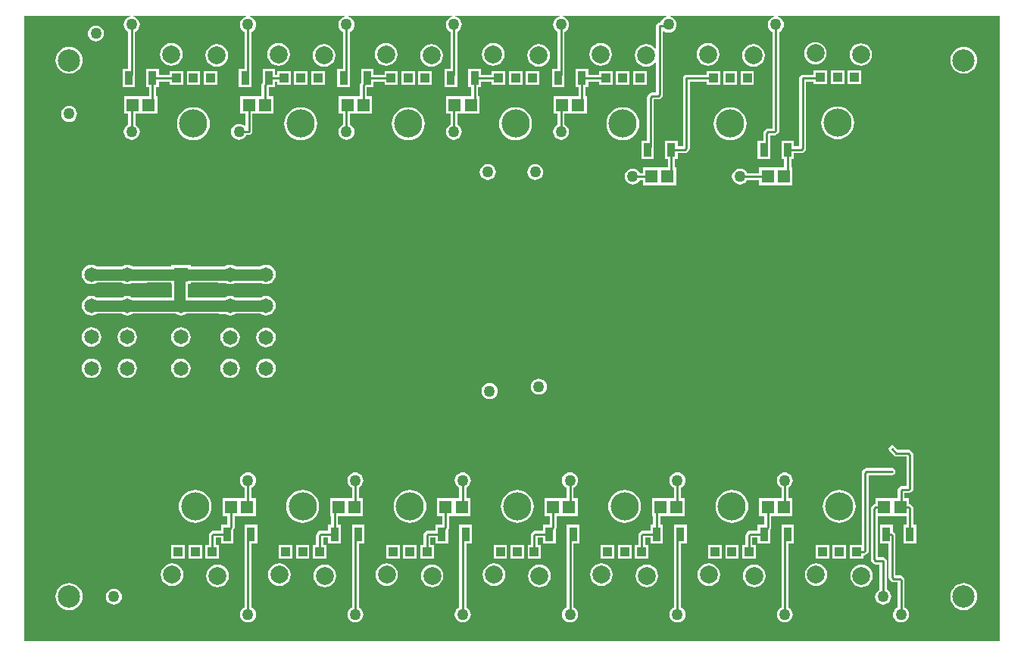
<source format=gbl>
G04*
G04 #@! TF.GenerationSoftware,Altium Limited,Altium Designer,23.5.1 (21)*
G04*
G04 Layer_Physical_Order=4*
G04 Layer_Color=16711680*
%FSLAX25Y25*%
%MOIN*%
G70*
G04*
G04 #@! TF.SameCoordinates,1A84014D-912B-431A-891A-BB623E0DE537*
G04*
G04*
G04 #@! TF.FilePolarity,Positive*
G04*
G01*
G75*
%ADD12C,0.01000*%
%ADD23C,0.05000*%
%ADD24C,0.06496*%
%ADD25R,0.06496X0.06496*%
%ADD26C,0.09843*%
%ADD27C,0.07874*%
%ADD28R,0.03937X0.03937*%
%ADD29C,0.12402*%
%ADD30C,0.05000*%
%ADD31R,0.03543X0.06102*%
%ADD32R,0.05500X0.05800*%
G36*
X547244Y118110D02*
X118110D01*
Y393701D01*
X164614D01*
X164646Y393201D01*
X164441Y393174D01*
X163589Y392821D01*
X162858Y392260D01*
X162297Y391529D01*
X161944Y390677D01*
X161824Y389764D01*
X161944Y388850D01*
X162297Y387999D01*
X162858Y387267D01*
X163589Y386706D01*
X163817Y386612D01*
Y370193D01*
X161303D01*
Y362090D01*
X166847D01*
Y367266D01*
X166876Y367413D01*
Y386606D01*
X167119Y386706D01*
X167851Y387267D01*
X168412Y387999D01*
X168764Y388850D01*
X168885Y389764D01*
X168764Y390677D01*
X168412Y391529D01*
X167851Y392260D01*
X167119Y392821D01*
X166268Y393174D01*
X166062Y393201D01*
X166095Y393701D01*
X215795D01*
X215828Y393201D01*
X215622Y393174D01*
X214770Y392821D01*
X214039Y392260D01*
X213478Y391529D01*
X213125Y390677D01*
X213005Y389764D01*
X213125Y388850D01*
X213478Y387999D01*
X214039Y387267D01*
X214770Y386706D01*
X214998Y386612D01*
Y370193D01*
X212484D01*
Y362090D01*
X218028D01*
Y367266D01*
X218057Y367413D01*
Y386606D01*
X218301Y386706D01*
X219032Y387267D01*
X219593Y387999D01*
X219945Y388850D01*
X220066Y389764D01*
X219945Y390677D01*
X219593Y391529D01*
X219032Y392260D01*
X218301Y392821D01*
X217449Y393174D01*
X217243Y393201D01*
X217276Y393701D01*
X259102D01*
X259135Y393201D01*
X258929Y393174D01*
X258077Y392821D01*
X257346Y392260D01*
X256785Y391529D01*
X256433Y390677D01*
X256312Y389764D01*
X256433Y388850D01*
X256785Y387999D01*
X257346Y387267D01*
X258077Y386706D01*
X258313Y386609D01*
Y378340D01*
X258305Y378300D01*
Y370193D01*
X255791D01*
Y362090D01*
X261335D01*
Y367266D01*
X261364Y367413D01*
Y378269D01*
X261372Y378308D01*
Y386609D01*
X261608Y386706D01*
X262339Y387267D01*
X262900Y387999D01*
X263252Y388850D01*
X263373Y389764D01*
X263252Y390677D01*
X262900Y391529D01*
X262339Y392260D01*
X261608Y392821D01*
X260756Y393174D01*
X260550Y393201D01*
X260583Y393701D01*
X306346D01*
X306379Y393201D01*
X306173Y393174D01*
X305322Y392821D01*
X304590Y392260D01*
X304029Y391529D01*
X303677Y390677D01*
X303556Y389764D01*
X303677Y388850D01*
X304029Y387999D01*
X304590Y387267D01*
X305322Y386706D01*
X305549Y386612D01*
Y370193D01*
X303035D01*
Y362090D01*
X308579D01*
Y367266D01*
X308608Y367413D01*
Y386606D01*
X308852Y386706D01*
X309583Y387267D01*
X310144Y387999D01*
X310496Y388850D01*
X310617Y389764D01*
X310496Y390677D01*
X310144Y391529D01*
X309583Y392260D01*
X308852Y392821D01*
X308000Y393174D01*
X307794Y393201D01*
X307827Y393701D01*
X353590D01*
X353623Y393201D01*
X353417Y393174D01*
X352566Y392821D01*
X351835Y392260D01*
X351273Y391529D01*
X350921Y390677D01*
X350800Y389764D01*
X350921Y388850D01*
X351273Y387999D01*
X351835Y387267D01*
X352566Y386706D01*
X352801Y386609D01*
Y372435D01*
X352793Y372395D01*
Y370193D01*
X350279D01*
Y362090D01*
X355823D01*
Y367266D01*
X355852Y367413D01*
Y372363D01*
X355860Y372403D01*
Y386609D01*
X356096Y386706D01*
X356827Y387267D01*
X357388Y387999D01*
X357741Y388850D01*
X357861Y389764D01*
X357741Y390677D01*
X357388Y391529D01*
X356827Y392260D01*
X356096Y392821D01*
X355244Y393174D01*
X355038Y393201D01*
X355071Y393701D01*
X400834D01*
X400867Y393201D01*
X400661Y393174D01*
X399810Y392821D01*
X399079Y392260D01*
X398518Y391529D01*
X398177Y390707D01*
X397638D01*
X397053Y390591D01*
X396556Y390259D01*
X396225Y389763D01*
X396108Y389178D01*
Y379370D01*
X395608Y379200D01*
X395253Y379663D01*
X394222Y380454D01*
X393021Y380952D01*
X391732Y381121D01*
X390443Y380952D01*
X389243Y380454D01*
X388211Y379663D01*
X387420Y378631D01*
X386922Y377431D01*
X386753Y376142D01*
X386922Y374853D01*
X387420Y373652D01*
X388211Y372621D01*
X389243Y371829D01*
X390443Y371332D01*
X391732Y371162D01*
X393021Y371332D01*
X394222Y371829D01*
X395253Y372621D01*
X395608Y373083D01*
X396108Y372914D01*
Y359797D01*
X394224D01*
X393638Y359681D01*
X393142Y359349D01*
X392556Y358763D01*
X392225Y358267D01*
X392108Y357682D01*
Y338697D01*
X389650D01*
Y330594D01*
X395193D01*
Y338697D01*
X395167D01*
Y356738D01*
X397052D01*
X397637Y356855D01*
X398133Y357186D01*
X398719Y357772D01*
X399051Y358268D01*
X399167Y358854D01*
Y386634D01*
X399616Y386856D01*
X399810Y386706D01*
X400661Y386354D01*
X401575Y386234D01*
X402489Y386354D01*
X403340Y386706D01*
X404071Y387267D01*
X404632Y387999D01*
X404985Y388850D01*
X405105Y389764D01*
X404985Y390677D01*
X404632Y391529D01*
X404071Y392260D01*
X403340Y392821D01*
X402489Y393174D01*
X402283Y393201D01*
X402315Y393701D01*
X448078D01*
X448111Y393201D01*
X447905Y393174D01*
X447054Y392821D01*
X446323Y392260D01*
X445762Y391529D01*
X445409Y390677D01*
X445289Y389764D01*
X445409Y388850D01*
X445762Y387999D01*
X446323Y387267D01*
X447054Y386706D01*
X447290Y386609D01*
Y344049D01*
X445468D01*
X444882Y343933D01*
X444386Y343601D01*
X443793Y343007D01*
X443461Y342511D01*
X443345Y341926D01*
Y338697D01*
X440831D01*
Y330594D01*
X446374D01*
Y335770D01*
X446403Y335917D01*
Y340990D01*
X448233D01*
X448818Y341107D01*
X449314Y341438D01*
X449900Y342024D01*
X450232Y342520D01*
X450348Y343106D01*
Y386609D01*
X450584Y386706D01*
X451315Y387267D01*
X451876Y387999D01*
X452229Y388850D01*
X452349Y389764D01*
X452229Y390677D01*
X451876Y391529D01*
X451315Y392260D01*
X450584Y392821D01*
X449733Y393174D01*
X449527Y393201D01*
X449559Y393701D01*
X547244D01*
Y118110D01*
D02*
G37*
%LPC*%
G36*
X149606Y389357D02*
X148693Y389237D01*
X147841Y388884D01*
X147110Y388323D01*
X146549Y387592D01*
X146196Y386740D01*
X146076Y385827D01*
X146196Y384913D01*
X146549Y384062D01*
X147110Y383330D01*
X147841Y382769D01*
X148693Y382417D01*
X149606Y382297D01*
X150520Y382417D01*
X151371Y382769D01*
X152102Y383330D01*
X152664Y384062D01*
X153016Y384913D01*
X153137Y385827D01*
X153016Y386740D01*
X152664Y387592D01*
X152102Y388323D01*
X151371Y388884D01*
X150520Y389237D01*
X149606Y389357D01*
D02*
G37*
G36*
X466221Y382047D02*
X464932Y381877D01*
X463731Y381379D01*
X462699Y380588D01*
X461908Y379557D01*
X461411Y378356D01*
X461241Y377067D01*
X461411Y375778D01*
X461908Y374577D01*
X462699Y373546D01*
X463731Y372755D01*
X464932Y372257D01*
X466221Y372087D01*
X467509Y372257D01*
X468710Y372755D01*
X469742Y373546D01*
X470533Y374577D01*
X471030Y375778D01*
X471200Y377067D01*
X471030Y378356D01*
X470533Y379557D01*
X469742Y380588D01*
X468710Y381379D01*
X467509Y381877D01*
X466221Y382047D01*
D02*
G37*
G36*
X418976Y381653D02*
X417688Y381483D01*
X416487Y380986D01*
X415455Y380194D01*
X414664Y379163D01*
X414166Y377962D01*
X413997Y376673D01*
X414166Y375384D01*
X414664Y374183D01*
X415455Y373152D01*
X416487Y372361D01*
X417688Y371863D01*
X418976Y371694D01*
X420265Y371863D01*
X421466Y372361D01*
X422498Y373152D01*
X423289Y374183D01*
X423786Y375384D01*
X423956Y376673D01*
X423786Y377962D01*
X423289Y379163D01*
X422498Y380194D01*
X421466Y380986D01*
X420265Y381483D01*
X418976Y381653D01*
D02*
G37*
G36*
X371732D02*
X370444Y381483D01*
X369243Y380986D01*
X368211Y380194D01*
X367420Y379163D01*
X366922Y377962D01*
X366753Y376673D01*
X366922Y375384D01*
X367420Y374183D01*
X368211Y373152D01*
X369243Y372361D01*
X370444Y371863D01*
X371732Y371694D01*
X373021Y371863D01*
X374222Y372361D01*
X375253Y373152D01*
X376045Y374183D01*
X376542Y375384D01*
X376712Y376673D01*
X376542Y377962D01*
X376045Y379163D01*
X375253Y380194D01*
X374222Y380986D01*
X373021Y381483D01*
X371732Y381653D01*
D02*
G37*
G36*
X324488D02*
X323199Y381483D01*
X321998Y380986D01*
X320967Y380194D01*
X320176Y379163D01*
X319678Y377962D01*
X319509Y376673D01*
X319678Y375384D01*
X320176Y374183D01*
X320967Y373152D01*
X321998Y372361D01*
X323199Y371863D01*
X324488Y371694D01*
X325777Y371863D01*
X326978Y372361D01*
X328009Y373152D01*
X328801Y374183D01*
X329298Y375384D01*
X329468Y376673D01*
X329298Y377962D01*
X328801Y379163D01*
X328009Y380194D01*
X326978Y380986D01*
X325777Y381483D01*
X324488Y381653D01*
D02*
G37*
G36*
X277244D02*
X275955Y381483D01*
X274754Y380986D01*
X273723Y380194D01*
X272932Y379163D01*
X272434Y377962D01*
X272265Y376673D01*
X272434Y375384D01*
X272932Y374183D01*
X273723Y373152D01*
X274754Y372361D01*
X275955Y371863D01*
X277244Y371694D01*
X278533Y371863D01*
X279734Y372361D01*
X280765Y373152D01*
X281557Y374183D01*
X282054Y375384D01*
X282224Y376673D01*
X282054Y377962D01*
X281557Y379163D01*
X280765Y380194D01*
X279734Y380986D01*
X278533Y381483D01*
X277244Y381653D01*
D02*
G37*
G36*
X230000D02*
X228711Y381483D01*
X227510Y380986D01*
X226479Y380194D01*
X225688Y379163D01*
X225190Y377962D01*
X225020Y376673D01*
X225190Y375384D01*
X225688Y374183D01*
X226479Y373152D01*
X227510Y372361D01*
X228711Y371863D01*
X230000Y371694D01*
X231289Y371863D01*
X232490Y372361D01*
X233521Y373152D01*
X234313Y374183D01*
X234810Y375384D01*
X234980Y376673D01*
X234810Y377962D01*
X234313Y379163D01*
X233521Y380194D01*
X232490Y380986D01*
X231289Y381483D01*
X230000Y381653D01*
D02*
G37*
G36*
X182756D02*
X181467Y381483D01*
X180266Y380986D01*
X179235Y380194D01*
X178443Y379163D01*
X177946Y377962D01*
X177776Y376673D01*
X177946Y375384D01*
X178443Y374183D01*
X179235Y373152D01*
X180266Y372361D01*
X181467Y371863D01*
X182756Y371694D01*
X184045Y371863D01*
X185246Y372361D01*
X186277Y373152D01*
X187068Y374183D01*
X187566Y375384D01*
X187735Y376673D01*
X187566Y377962D01*
X187068Y379163D01*
X186277Y380194D01*
X185246Y380986D01*
X184045Y381483D01*
X182756Y381653D01*
D02*
G37*
G36*
X486221Y381515D02*
X484932Y381345D01*
X483731Y380848D01*
X482699Y380057D01*
X481908Y379025D01*
X481411Y377824D01*
X481241Y376535D01*
X481411Y375247D01*
X481908Y374046D01*
X482699Y373014D01*
X483731Y372223D01*
X484932Y371726D01*
X486221Y371556D01*
X487509Y371726D01*
X488710Y372223D01*
X489742Y373014D01*
X490533Y374046D01*
X491030Y375247D01*
X491200Y376535D01*
X491030Y377824D01*
X490533Y379025D01*
X489742Y380057D01*
X488710Y380848D01*
X487509Y381345D01*
X486221Y381515D01*
D02*
G37*
G36*
X438976Y381121D02*
X437688Y380952D01*
X436487Y380454D01*
X435455Y379663D01*
X434664Y378631D01*
X434166Y377431D01*
X433997Y376142D01*
X434166Y374853D01*
X434664Y373652D01*
X435455Y372621D01*
X436487Y371829D01*
X437688Y371332D01*
X438976Y371162D01*
X440265Y371332D01*
X441466Y371829D01*
X442497Y372621D01*
X443289Y373652D01*
X443786Y374853D01*
X443956Y376142D01*
X443786Y377431D01*
X443289Y378631D01*
X442497Y379663D01*
X441466Y380454D01*
X440265Y380952D01*
X438976Y381121D01*
D02*
G37*
G36*
X344488D02*
X343199Y380952D01*
X341998Y380454D01*
X340967Y379663D01*
X340176Y378631D01*
X339678Y377431D01*
X339509Y376142D01*
X339678Y374853D01*
X340176Y373652D01*
X340967Y372621D01*
X341998Y371829D01*
X343199Y371332D01*
X344488Y371162D01*
X345777Y371332D01*
X346978Y371829D01*
X348009Y372621D01*
X348801Y373652D01*
X349298Y374853D01*
X349468Y376142D01*
X349298Y377431D01*
X348801Y378631D01*
X348009Y379663D01*
X346978Y380454D01*
X345777Y380952D01*
X344488Y381121D01*
D02*
G37*
G36*
X297244D02*
X295955Y380952D01*
X294754Y380454D01*
X293723Y379663D01*
X292932Y378631D01*
X292434Y377431D01*
X292265Y376142D01*
X292434Y374853D01*
X292932Y373652D01*
X293723Y372621D01*
X294754Y371829D01*
X295955Y371332D01*
X297244Y371162D01*
X298533Y371332D01*
X299734Y371829D01*
X300765Y372621D01*
X301557Y373652D01*
X302054Y374853D01*
X302224Y376142D01*
X302054Y377431D01*
X301557Y378631D01*
X300765Y379663D01*
X299734Y380454D01*
X298533Y380952D01*
X297244Y381121D01*
D02*
G37*
G36*
X250000D02*
X248711Y380952D01*
X247510Y380454D01*
X246479Y379663D01*
X245688Y378631D01*
X245190Y377431D01*
X245020Y376142D01*
X245190Y374853D01*
X245688Y373652D01*
X246479Y372621D01*
X247510Y371829D01*
X248711Y371332D01*
X250000Y371162D01*
X251289Y371332D01*
X252490Y371829D01*
X253521Y372621D01*
X254312Y373652D01*
X254810Y374853D01*
X254980Y376142D01*
X254810Y377431D01*
X254312Y378631D01*
X253521Y379663D01*
X252490Y380454D01*
X251289Y380952D01*
X250000Y381121D01*
D02*
G37*
G36*
X202756D02*
X201467Y380952D01*
X200266Y380454D01*
X199235Y379663D01*
X198443Y378631D01*
X197946Y377431D01*
X197776Y376142D01*
X197946Y374853D01*
X198443Y373652D01*
X199235Y372621D01*
X200266Y371829D01*
X201467Y371332D01*
X202756Y371162D01*
X204045Y371332D01*
X205246Y371829D01*
X206277Y372621D01*
X207068Y373652D01*
X207566Y374853D01*
X207735Y376142D01*
X207566Y377431D01*
X207068Y378631D01*
X206277Y379663D01*
X205246Y380454D01*
X204045Y380952D01*
X202756Y381121D01*
D02*
G37*
G36*
X531496Y379966D02*
X530335Y379851D01*
X529219Y379513D01*
X528191Y378963D01*
X527289Y378223D01*
X526549Y377321D01*
X525999Y376293D01*
X525661Y375177D01*
X525546Y374016D01*
X525661Y372855D01*
X525999Y371739D01*
X526549Y370710D01*
X527289Y369809D01*
X528191Y369069D01*
X529219Y368519D01*
X530335Y368180D01*
X531496Y368066D01*
X532657Y368180D01*
X533773Y368519D01*
X534802Y369069D01*
X535703Y369809D01*
X536443Y370710D01*
X536993Y371739D01*
X537332Y372855D01*
X537446Y374016D01*
X537332Y375177D01*
X536993Y376293D01*
X536443Y377321D01*
X535703Y378223D01*
X534802Y378963D01*
X533773Y379513D01*
X532657Y379851D01*
X531496Y379966D01*
D02*
G37*
G36*
X137795D02*
X136635Y379851D01*
X135518Y379513D01*
X134490Y378963D01*
X133588Y378223D01*
X132848Y377321D01*
X132298Y376293D01*
X131960Y375177D01*
X131845Y374016D01*
X131960Y372855D01*
X132298Y371739D01*
X132848Y370710D01*
X133588Y369809D01*
X134490Y369069D01*
X135518Y368519D01*
X136635Y368180D01*
X137795Y368066D01*
X138956Y368180D01*
X140072Y368519D01*
X141101Y369069D01*
X142002Y369809D01*
X142743Y370710D01*
X143292Y371739D01*
X143631Y372855D01*
X143745Y374016D01*
X143631Y375177D01*
X143292Y376293D01*
X142743Y377321D01*
X142002Y378223D01*
X141101Y378963D01*
X140072Y379513D01*
X138956Y379851D01*
X137795Y379966D01*
D02*
G37*
G36*
X486433Y369504D02*
X480496D01*
Y363567D01*
X486433D01*
Y369504D01*
D02*
G37*
G36*
X478953D02*
X473016D01*
Y363567D01*
X478953D01*
Y369504D01*
D02*
G37*
G36*
X471472D02*
X465535D01*
Y367671D01*
X460630D01*
X460045Y367555D01*
X459549Y367223D01*
X459217Y366727D01*
X459100Y366142D01*
Y336175D01*
X456807D01*
Y338697D01*
X451264D01*
Y330594D01*
X452506D01*
Y326735D01*
X441523D01*
Y324364D01*
X436226D01*
X436128Y324600D01*
X435567Y325331D01*
X434836Y325892D01*
X433985Y326245D01*
X433071Y326365D01*
X432157Y326245D01*
X431306Y325892D01*
X430575Y325331D01*
X430014Y324600D01*
X429661Y323748D01*
X429541Y322835D01*
X429661Y321921D01*
X430014Y321070D01*
X430575Y320338D01*
X431306Y319777D01*
X432157Y319425D01*
X433071Y319304D01*
X433985Y319425D01*
X434836Y319777D01*
X435567Y320338D01*
X436128Y321070D01*
X436226Y321305D01*
X441523D01*
Y318935D01*
X456115D01*
Y326735D01*
X455565D01*
Y330594D01*
X456807D01*
Y333116D01*
X460044D01*
X460629Y333233D01*
X461126Y333564D01*
X461711Y334150D01*
X462043Y334646D01*
X462159Y335231D01*
Y364612D01*
X465535D01*
Y363567D01*
X471472D01*
Y369504D01*
D02*
G37*
G36*
X439189Y369110D02*
X433252D01*
Y363173D01*
X439189D01*
Y369110D01*
D02*
G37*
G36*
X431709D02*
X425772D01*
Y363173D01*
X431709D01*
Y369110D01*
D02*
G37*
G36*
X424228D02*
X418291D01*
Y367671D01*
X409449D01*
X408863Y367555D01*
X408367Y367223D01*
X408036Y366727D01*
X407919Y366142D01*
Y336175D01*
X405626D01*
Y338697D01*
X400083D01*
Y330594D01*
X401325D01*
Y326735D01*
X390341D01*
Y324364D01*
X388982D01*
X388884Y324600D01*
X388323Y325331D01*
X387592Y325892D01*
X386740Y326245D01*
X385827Y326365D01*
X384913Y326245D01*
X384062Y325892D01*
X383330Y325331D01*
X382769Y324600D01*
X382417Y323748D01*
X382297Y322835D01*
X382417Y321921D01*
X382769Y321070D01*
X383330Y320338D01*
X384062Y319777D01*
X384913Y319425D01*
X385827Y319304D01*
X386740Y319425D01*
X387592Y319777D01*
X388323Y320338D01*
X388884Y321070D01*
X388982Y321305D01*
X390341D01*
Y318935D01*
X404934D01*
Y326735D01*
X404384D01*
Y330594D01*
X405626D01*
Y333116D01*
X408863D01*
X409448Y333233D01*
X409944Y333564D01*
X410530Y334150D01*
X410862Y334646D01*
X410978Y335231D01*
Y364612D01*
X418291D01*
Y363173D01*
X424228D01*
Y369110D01*
D02*
G37*
G36*
X391945D02*
X386008D01*
Y363173D01*
X391945D01*
Y369110D01*
D02*
G37*
G36*
X384465D02*
X378528D01*
Y363173D01*
X384465D01*
Y369110D01*
D02*
G37*
G36*
X366256Y370193D02*
X360713D01*
Y362090D01*
X361955D01*
Y358231D01*
X350971D01*
Y350431D01*
X352801D01*
Y345675D01*
X352566Y345577D01*
X351835Y345016D01*
X351273Y344285D01*
X350921Y343433D01*
X350800Y342520D01*
X350921Y341606D01*
X351273Y340755D01*
X351835Y340023D01*
X352566Y339462D01*
X353417Y339110D01*
X354331Y338989D01*
X355244Y339110D01*
X356096Y339462D01*
X356827Y340023D01*
X357388Y340755D01*
X357741Y341606D01*
X357861Y342520D01*
X357741Y343433D01*
X357388Y344285D01*
X356827Y345016D01*
X356096Y345577D01*
X355860Y345675D01*
Y350431D01*
X365564D01*
Y358231D01*
X365014D01*
Y362090D01*
X366256D01*
Y364612D01*
X371047D01*
Y363173D01*
X376984D01*
Y369110D01*
X371047D01*
Y367671D01*
X366256D01*
Y370193D01*
D02*
G37*
G36*
X344701Y369110D02*
X338764D01*
Y363173D01*
X344701D01*
Y369110D01*
D02*
G37*
G36*
X337221D02*
X331283D01*
Y363173D01*
X337221D01*
Y369110D01*
D02*
G37*
G36*
X319012Y370193D02*
X313469D01*
Y362090D01*
X314711D01*
Y358231D01*
X303727D01*
Y350431D01*
X305557D01*
Y345675D01*
X305322Y345577D01*
X304590Y345016D01*
X304029Y344285D01*
X303677Y343433D01*
X303556Y342520D01*
X303677Y341606D01*
X304029Y340755D01*
X304590Y340023D01*
X305322Y339462D01*
X306173Y339110D01*
X307087Y338989D01*
X308000Y339110D01*
X308852Y339462D01*
X309583Y340023D01*
X310144Y340755D01*
X310496Y341606D01*
X310617Y342520D01*
X310496Y343433D01*
X310144Y344285D01*
X309583Y345016D01*
X308852Y345577D01*
X308616Y345675D01*
Y350431D01*
X318320D01*
Y358231D01*
X317770D01*
Y362090D01*
X319012D01*
Y364612D01*
X323803D01*
Y363173D01*
X329740D01*
Y369110D01*
X323803D01*
Y367671D01*
X319012D01*
Y370193D01*
D02*
G37*
G36*
X297457Y369110D02*
X291520D01*
Y363173D01*
X297457D01*
Y369110D01*
D02*
G37*
G36*
X289976D02*
X284039D01*
Y363173D01*
X289976D01*
Y369110D01*
D02*
G37*
G36*
X271768Y370193D02*
X266224D01*
Y364244D01*
X265913Y363777D01*
X265796Y363192D01*
Y358231D01*
X256483D01*
Y350431D01*
X258313D01*
Y345675D01*
X258077Y345577D01*
X257346Y345016D01*
X256785Y344285D01*
X256433Y343433D01*
X256312Y342520D01*
X256433Y341606D01*
X256785Y340755D01*
X257346Y340023D01*
X258077Y339462D01*
X258929Y339110D01*
X259842Y338989D01*
X260756Y339110D01*
X261608Y339462D01*
X262339Y340023D01*
X262900Y340755D01*
X263252Y341606D01*
X263373Y342520D01*
X263252Y343433D01*
X262900Y344285D01*
X262339Y345016D01*
X261608Y345577D01*
X261372Y345675D01*
Y350431D01*
X271076D01*
Y358231D01*
X268855D01*
Y362090D01*
X271768D01*
Y364612D01*
X276559D01*
Y363173D01*
X282496D01*
Y369110D01*
X276559D01*
Y367671D01*
X271768D01*
Y370193D01*
D02*
G37*
G36*
X250213Y369110D02*
X244276D01*
Y363173D01*
X250213D01*
Y369110D01*
D02*
G37*
G36*
X242732D02*
X236795D01*
Y363173D01*
X242732D01*
Y369110D01*
D02*
G37*
G36*
X228461Y370193D02*
X222917D01*
Y364244D01*
X222606Y363777D01*
X222489Y363192D01*
Y358231D01*
X213176D01*
Y350431D01*
X215397D01*
Y345414D01*
X214897Y345168D01*
X214364Y345577D01*
X213512Y345930D01*
X212598Y346050D01*
X211685Y345930D01*
X210833Y345577D01*
X210102Y345016D01*
X209541Y344285D01*
X209189Y343433D01*
X209068Y342520D01*
X209189Y341606D01*
X209541Y340755D01*
X210102Y340023D01*
X210833Y339462D01*
X211685Y339110D01*
X212598Y338989D01*
X213512Y339110D01*
X214364Y339462D01*
X215095Y340023D01*
X215656Y340755D01*
X215806Y341118D01*
X216926D01*
X217511Y341235D01*
X218007Y341566D01*
X218339Y342062D01*
X218455Y342648D01*
Y350431D01*
X227769D01*
Y358231D01*
X225548D01*
Y362090D01*
X228461D01*
Y364612D01*
X229315D01*
Y363173D01*
X235252D01*
Y369110D01*
X229315D01*
Y367671D01*
X228461D01*
Y370193D01*
D02*
G37*
G36*
X202969Y369110D02*
X197031D01*
Y363173D01*
X202969D01*
Y369110D01*
D02*
G37*
G36*
X195488D02*
X189551D01*
Y363173D01*
X195488D01*
Y369110D01*
D02*
G37*
G36*
X177279Y370193D02*
X171736D01*
Y362090D01*
X172978D01*
Y358231D01*
X161995D01*
Y350431D01*
X163825D01*
Y345675D01*
X163589Y345577D01*
X162858Y345016D01*
X162297Y344285D01*
X161944Y343433D01*
X161824Y342520D01*
X161944Y341606D01*
X162297Y340755D01*
X162858Y340023D01*
X163589Y339462D01*
X164441Y339110D01*
X165354Y338989D01*
X166268Y339110D01*
X167119Y339462D01*
X167851Y340023D01*
X168412Y340755D01*
X168764Y341606D01*
X168885Y342520D01*
X168764Y343433D01*
X168412Y344285D01*
X167851Y345016D01*
X167119Y345577D01*
X166884Y345675D01*
Y350431D01*
X176588D01*
Y358231D01*
X176037D01*
Y362090D01*
X177279D01*
Y364612D01*
X182071D01*
Y363173D01*
X188008D01*
Y369110D01*
X182071D01*
Y367671D01*
X177279D01*
Y370193D01*
D02*
G37*
G36*
X137795Y353924D02*
X136882Y353804D01*
X136030Y353451D01*
X135299Y352890D01*
X134738Y352159D01*
X134385Y351307D01*
X134265Y350394D01*
X134385Y349480D01*
X134738Y348629D01*
X135299Y347898D01*
X136030Y347337D01*
X136882Y346984D01*
X137795Y346864D01*
X138709Y346984D01*
X139560Y347337D01*
X140292Y347898D01*
X140852Y348629D01*
X141205Y349480D01*
X141325Y350394D01*
X141205Y351307D01*
X140852Y352159D01*
X140292Y352890D01*
X139560Y353451D01*
X138709Y353804D01*
X137795Y353924D01*
D02*
G37*
G36*
X475984Y353692D02*
X474573Y353553D01*
X473215Y353141D01*
X471964Y352473D01*
X470868Y351573D01*
X469968Y350477D01*
X469299Y349226D01*
X468888Y347868D01*
X468749Y346457D01*
X468888Y345045D01*
X469299Y343688D01*
X469968Y342437D01*
X470868Y341340D01*
X471964Y340441D01*
X473215Y339772D01*
X474573Y339360D01*
X475984Y339221D01*
X477396Y339360D01*
X478753Y339772D01*
X480004Y340441D01*
X481101Y341340D01*
X482000Y342437D01*
X482669Y343688D01*
X483081Y345045D01*
X483220Y346457D01*
X483081Y347868D01*
X482669Y349226D01*
X482000Y350477D01*
X481101Y351573D01*
X480004Y352473D01*
X478753Y353141D01*
X477396Y353553D01*
X475984Y353692D01*
D02*
G37*
G36*
X428740Y353299D02*
X427328Y353160D01*
X425971Y352748D01*
X424720Y352079D01*
X423624Y351179D01*
X422724Y350083D01*
X422055Y348832D01*
X421644Y347475D01*
X421504Y346063D01*
X421644Y344651D01*
X422055Y343294D01*
X422724Y342043D01*
X423624Y340947D01*
X424720Y340047D01*
X425971Y339378D01*
X427328Y338966D01*
X428740Y338827D01*
X430152Y338966D01*
X431509Y339378D01*
X432760Y340047D01*
X433856Y340947D01*
X434756Y342043D01*
X435425Y343294D01*
X435837Y344651D01*
X435976Y346063D01*
X435837Y347475D01*
X435425Y348832D01*
X434756Y350083D01*
X433856Y351179D01*
X432760Y352079D01*
X431509Y352748D01*
X430152Y353160D01*
X428740Y353299D01*
D02*
G37*
G36*
X381496D02*
X380084Y353160D01*
X378727Y352748D01*
X377476Y352079D01*
X376380Y351179D01*
X375480Y350083D01*
X374811Y348832D01*
X374399Y347475D01*
X374260Y346063D01*
X374399Y344651D01*
X374811Y343294D01*
X375480Y342043D01*
X376380Y340947D01*
X377476Y340047D01*
X378727Y339378D01*
X380084Y338966D01*
X381496Y338827D01*
X382908Y338966D01*
X384265Y339378D01*
X385516Y340047D01*
X386612Y340947D01*
X387512Y342043D01*
X388181Y343294D01*
X388593Y344651D01*
X388732Y346063D01*
X388593Y347475D01*
X388181Y348832D01*
X387512Y350083D01*
X386612Y351179D01*
X385516Y352079D01*
X384265Y352748D01*
X382908Y353160D01*
X381496Y353299D01*
D02*
G37*
G36*
X334252D02*
X332840Y353160D01*
X331483Y352748D01*
X330232Y352079D01*
X329136Y351179D01*
X328236Y350083D01*
X327567Y348832D01*
X327155Y347475D01*
X327016Y346063D01*
X327155Y344651D01*
X327567Y343294D01*
X328236Y342043D01*
X329136Y340947D01*
X330232Y340047D01*
X331483Y339378D01*
X332840Y338966D01*
X334252Y338827D01*
X335664Y338966D01*
X337021Y339378D01*
X338272Y340047D01*
X339368Y340947D01*
X340268Y342043D01*
X340937Y343294D01*
X341349Y344651D01*
X341488Y346063D01*
X341349Y347475D01*
X340937Y348832D01*
X340268Y350083D01*
X339368Y351179D01*
X338272Y352079D01*
X337021Y352748D01*
X335664Y353160D01*
X334252Y353299D01*
D02*
G37*
G36*
X287008D02*
X285596Y353160D01*
X284239Y352748D01*
X282988Y352079D01*
X281891Y351179D01*
X280992Y350083D01*
X280323Y348832D01*
X279911Y347475D01*
X279772Y346063D01*
X279911Y344651D01*
X280323Y343294D01*
X280992Y342043D01*
X281891Y340947D01*
X282988Y340047D01*
X284239Y339378D01*
X285596Y338966D01*
X287008Y338827D01*
X288420Y338966D01*
X289777Y339378D01*
X291028Y340047D01*
X292124Y340947D01*
X293024Y342043D01*
X293693Y343294D01*
X294105Y344651D01*
X294244Y346063D01*
X294105Y347475D01*
X293693Y348832D01*
X293024Y350083D01*
X292124Y351179D01*
X291028Y352079D01*
X289777Y352748D01*
X288420Y353160D01*
X287008Y353299D01*
D02*
G37*
G36*
X239764D02*
X238352Y353160D01*
X236995Y352748D01*
X235744Y352079D01*
X234647Y351179D01*
X233748Y350083D01*
X233079Y348832D01*
X232667Y347475D01*
X232528Y346063D01*
X232667Y344651D01*
X233079Y343294D01*
X233748Y342043D01*
X234647Y340947D01*
X235744Y340047D01*
X236995Y339378D01*
X238352Y338966D01*
X239764Y338827D01*
X241175Y338966D01*
X242533Y339378D01*
X243784Y340047D01*
X244880Y340947D01*
X245780Y342043D01*
X246449Y343294D01*
X246860Y344651D01*
X246999Y346063D01*
X246860Y347475D01*
X246449Y348832D01*
X245780Y350083D01*
X244880Y351179D01*
X243784Y352079D01*
X242533Y352748D01*
X241175Y353160D01*
X239764Y353299D01*
D02*
G37*
G36*
X192520D02*
X191108Y353160D01*
X189751Y352748D01*
X188500Y352079D01*
X187403Y351179D01*
X186504Y350083D01*
X185835Y348832D01*
X185423Y347475D01*
X185284Y346063D01*
X185423Y344651D01*
X185835Y343294D01*
X186504Y342043D01*
X187403Y340947D01*
X188500Y340047D01*
X189751Y339378D01*
X191108Y338966D01*
X192520Y338827D01*
X193931Y338966D01*
X195289Y339378D01*
X196540Y340047D01*
X197636Y340947D01*
X198536Y342043D01*
X199205Y343294D01*
X199616Y344651D01*
X199755Y346063D01*
X199616Y347475D01*
X199205Y348832D01*
X198536Y350083D01*
X197636Y351179D01*
X196540Y352079D01*
X195289Y352748D01*
X193931Y353160D01*
X192520Y353299D01*
D02*
G37*
G36*
X342957Y328333D02*
X342043Y328213D01*
X341192Y327860D01*
X340460Y327299D01*
X339899Y326568D01*
X339547Y325717D01*
X339427Y324803D01*
X339547Y323889D01*
X339899Y323038D01*
X340460Y322307D01*
X341192Y321746D01*
X342043Y321393D01*
X342957Y321273D01*
X343870Y321393D01*
X344722Y321746D01*
X345453Y322307D01*
X346014Y323038D01*
X346367Y323889D01*
X346487Y324803D01*
X346367Y325717D01*
X346014Y326568D01*
X345453Y327299D01*
X344722Y327860D01*
X343870Y328213D01*
X342957Y328333D01*
D02*
G37*
G36*
X322070D02*
X321156Y328213D01*
X320305Y327860D01*
X319574Y327299D01*
X319013Y326568D01*
X318660Y325717D01*
X318540Y324803D01*
X318660Y323889D01*
X319013Y323038D01*
X319574Y322307D01*
X320305Y321746D01*
X321156Y321393D01*
X322070Y321273D01*
X322984Y321393D01*
X323835Y321746D01*
X324566Y322307D01*
X325127Y323038D01*
X325480Y323889D01*
X325600Y324803D01*
X325480Y325717D01*
X325127Y326568D01*
X324566Y327299D01*
X323835Y327860D01*
X322984Y328213D01*
X322070Y328333D01*
D02*
G37*
G36*
X224410Y283997D02*
X223301Y283851D01*
X222267Y283423D01*
X221791Y283058D01*
X211280D01*
X210804Y283423D01*
X209770Y283851D01*
X208661Y283997D01*
X207553Y283851D01*
X206519Y283423D01*
X206043Y283058D01*
X204929D01*
X204770Y283123D01*
X203857Y283244D01*
X191248D01*
Y283928D01*
X182752D01*
Y283244D01*
X171629D01*
X170715Y283123D01*
X170557Y283058D01*
X166005D01*
X165528Y283423D01*
X164495Y283851D01*
X163386Y283997D01*
X162277Y283851D01*
X161243Y283423D01*
X161008Y283243D01*
X150015D01*
X149780Y283423D01*
X148747Y283851D01*
X147638Y283997D01*
X146529Y283851D01*
X145495Y283423D01*
X144608Y282742D01*
X143927Y281855D01*
X143499Y280822D01*
X143353Y279713D01*
X143499Y278604D01*
X143927Y277570D01*
X144608Y276683D01*
X145495Y276002D01*
X146529Y275574D01*
X147638Y275428D01*
X148747Y275574D01*
X149780Y276002D01*
X150015Y276182D01*
X161008D01*
X161243Y276002D01*
X162277Y275574D01*
X163386Y275428D01*
X164495Y275574D01*
X165517Y275997D01*
X171443D01*
X172357Y276118D01*
X172515Y276183D01*
X182752D01*
Y275431D01*
X183012D01*
Y269463D01*
X165763D01*
X165528Y269644D01*
X164495Y270072D01*
X163386Y270218D01*
X162277Y270072D01*
X161243Y269644D01*
X161008Y269463D01*
X150015D01*
X149780Y269644D01*
X148747Y270072D01*
X147638Y270218D01*
X146529Y270072D01*
X145495Y269644D01*
X144608Y268963D01*
X143927Y268075D01*
X143499Y267042D01*
X143353Y265933D01*
X143499Y264824D01*
X143927Y263791D01*
X144608Y262903D01*
X145495Y262222D01*
X146529Y261794D01*
X147638Y261648D01*
X148747Y261794D01*
X149780Y262222D01*
X150015Y262403D01*
X161008D01*
X161243Y262222D01*
X162277Y261794D01*
X163386Y261648D01*
X164495Y261794D01*
X165528Y262222D01*
X165763Y262403D01*
X184579D01*
X184858Y262189D01*
X185891Y261761D01*
X187000Y261615D01*
X188109Y261761D01*
X189142Y262189D01*
X189422Y262404D01*
X203579D01*
X204122Y262332D01*
X206376D01*
X206519Y262222D01*
X207553Y261794D01*
X208661Y261648D01*
X209770Y261794D01*
X210804Y262222D01*
X211039Y262403D01*
X222032D01*
X222267Y262222D01*
X223301Y261794D01*
X224410Y261648D01*
X225518Y261794D01*
X226552Y262222D01*
X227439Y262903D01*
X228120Y263791D01*
X228548Y264824D01*
X228694Y265933D01*
X228548Y267042D01*
X228120Y268075D01*
X227439Y268963D01*
X226552Y269644D01*
X225518Y270072D01*
X224410Y270218D01*
X223301Y270072D01*
X222267Y269644D01*
X222032Y269463D01*
X211039D01*
X210804Y269644D01*
X209770Y270072D01*
X208661Y270218D01*
X207553Y270072D01*
X206519Y269644D01*
X206192Y269393D01*
X204594D01*
X204050Y269464D01*
X190073D01*
Y275431D01*
X191248D01*
Y276183D01*
X202970D01*
X203129Y276118D01*
X204043Y275997D01*
X206530D01*
X207553Y275574D01*
X208661Y275428D01*
X209770Y275574D01*
X210793Y275997D01*
X222278D01*
X223301Y275574D01*
X224410Y275428D01*
X225518Y275574D01*
X226552Y276002D01*
X227439Y276683D01*
X228120Y277570D01*
X228548Y278604D01*
X228694Y279713D01*
X228548Y280822D01*
X228120Y281855D01*
X227439Y282742D01*
X226552Y283423D01*
X225518Y283851D01*
X224410Y283997D01*
D02*
G37*
G36*
X163386Y256438D02*
X162277Y256292D01*
X161243Y255864D01*
X160356Y255183D01*
X159675Y254296D01*
X159247Y253262D01*
X159101Y252153D01*
X159247Y251045D01*
X159675Y250011D01*
X160356Y249124D01*
X161243Y248443D01*
X162277Y248015D01*
X163386Y247869D01*
X164495Y248015D01*
X165528Y248443D01*
X166416Y249124D01*
X167096Y250011D01*
X167525Y251045D01*
X167671Y252153D01*
X167525Y253262D01*
X167096Y254296D01*
X166416Y255183D01*
X165528Y255864D01*
X164495Y256292D01*
X163386Y256438D01*
D02*
G37*
G36*
X147638D02*
X146529Y256292D01*
X145495Y255864D01*
X144608Y255183D01*
X143927Y254296D01*
X143499Y253262D01*
X143353Y252153D01*
X143499Y251045D01*
X143927Y250011D01*
X144608Y249124D01*
X145495Y248443D01*
X146529Y248015D01*
X147638Y247869D01*
X148747Y248015D01*
X149780Y248443D01*
X150668Y249124D01*
X151348Y250011D01*
X151777Y251045D01*
X151923Y252153D01*
X151777Y253262D01*
X151348Y254296D01*
X150668Y255183D01*
X149780Y255864D01*
X148747Y256292D01*
X147638Y256438D01*
D02*
G37*
G36*
X187000Y256405D02*
X185891Y256259D01*
X184858Y255831D01*
X183970Y255150D01*
X183289Y254263D01*
X182861Y253229D01*
X182715Y252120D01*
X182861Y251011D01*
X183289Y249978D01*
X183970Y249091D01*
X184858Y248410D01*
X185891Y247982D01*
X187000Y247836D01*
X188109Y247982D01*
X189142Y248410D01*
X190030Y249091D01*
X190711Y249978D01*
X191139Y251011D01*
X191285Y252120D01*
X191139Y253229D01*
X190711Y254263D01*
X190030Y255150D01*
X189142Y255831D01*
X188109Y256259D01*
X187000Y256405D01*
D02*
G37*
G36*
X224410Y256253D02*
X223301Y256107D01*
X222267Y255679D01*
X221380Y254998D01*
X220699Y254111D01*
X220271Y253078D01*
X220125Y251969D01*
X220271Y250859D01*
X220699Y249826D01*
X221380Y248939D01*
X222267Y248258D01*
X223301Y247830D01*
X224410Y247684D01*
X225518Y247830D01*
X226552Y248258D01*
X227439Y248939D01*
X228120Y249826D01*
X228548Y250859D01*
X228694Y251969D01*
X228548Y253078D01*
X228120Y254111D01*
X227439Y254998D01*
X226552Y255679D01*
X225518Y256107D01*
X224410Y256253D01*
D02*
G37*
G36*
X208661D02*
X207553Y256107D01*
X206519Y255679D01*
X205632Y254998D01*
X204951Y254111D01*
X204523Y253078D01*
X204377Y251969D01*
X204523Y250859D01*
X204951Y249826D01*
X205632Y248939D01*
X206519Y248258D01*
X207553Y247830D01*
X208661Y247684D01*
X209770Y247830D01*
X210804Y248258D01*
X211691Y248939D01*
X212372Y249826D01*
X212800Y250859D01*
X212946Y251969D01*
X212800Y253078D01*
X212372Y254111D01*
X211691Y254998D01*
X210804Y255679D01*
X209770Y256107D01*
X208661Y256253D01*
D02*
G37*
G36*
Y242661D02*
X207553Y242515D01*
X206519Y242087D01*
X205632Y241406D01*
X204951Y240518D01*
X204523Y239485D01*
X204377Y238376D01*
X204523Y237267D01*
X204951Y236234D01*
X205632Y235346D01*
X206519Y234665D01*
X207553Y234237D01*
X208661Y234091D01*
X209770Y234237D01*
X210804Y234665D01*
X211691Y235346D01*
X212372Y236234D01*
X212800Y237267D01*
X212946Y238376D01*
X212800Y239485D01*
X212372Y240518D01*
X211691Y241406D01*
X210804Y242087D01*
X209770Y242515D01*
X208661Y242661D01*
D02*
G37*
G36*
X224410Y242659D02*
X223301Y242513D01*
X222267Y242085D01*
X221380Y241404D01*
X220699Y240516D01*
X220271Y239483D01*
X220125Y238374D01*
X220271Y237265D01*
X220699Y236232D01*
X221380Y235344D01*
X222267Y234663D01*
X223301Y234235D01*
X224410Y234089D01*
X225518Y234235D01*
X226552Y234663D01*
X227439Y235344D01*
X228120Y236232D01*
X228548Y237265D01*
X228694Y238374D01*
X228548Y239483D01*
X228120Y240516D01*
X227439Y241404D01*
X226552Y242085D01*
X225518Y242513D01*
X224410Y242659D01*
D02*
G37*
G36*
X163386D02*
X162277Y242513D01*
X161243Y242085D01*
X160356Y241404D01*
X159675Y240516D01*
X159247Y239483D01*
X159101Y238374D01*
X159247Y237265D01*
X159675Y236232D01*
X160356Y235344D01*
X161243Y234663D01*
X162277Y234235D01*
X163386Y234089D01*
X164495Y234235D01*
X165528Y234663D01*
X166416Y235344D01*
X167096Y236232D01*
X167525Y237265D01*
X167671Y238374D01*
X167525Y239483D01*
X167096Y240516D01*
X166416Y241404D01*
X165528Y242085D01*
X164495Y242513D01*
X163386Y242659D01*
D02*
G37*
G36*
X147638D02*
X146529Y242513D01*
X145495Y242085D01*
X144608Y241404D01*
X143927Y240516D01*
X143499Y239483D01*
X143353Y238374D01*
X143499Y237265D01*
X143927Y236232D01*
X144608Y235344D01*
X145495Y234663D01*
X146529Y234235D01*
X147638Y234089D01*
X148747Y234235D01*
X149780Y234663D01*
X150668Y235344D01*
X151348Y236232D01*
X151777Y237265D01*
X151923Y238374D01*
X151777Y239483D01*
X151348Y240516D01*
X150668Y241404D01*
X149780Y242085D01*
X148747Y242513D01*
X147638Y242659D01*
D02*
G37*
G36*
X187000Y242626D02*
X185891Y242480D01*
X184858Y242052D01*
X183970Y241371D01*
X183289Y240483D01*
X182861Y239450D01*
X182715Y238341D01*
X182861Y237232D01*
X183289Y236199D01*
X183970Y235311D01*
X184858Y234630D01*
X185891Y234202D01*
X187000Y234056D01*
X188109Y234202D01*
X189142Y234630D01*
X190030Y235311D01*
X190711Y236199D01*
X191139Y237232D01*
X191285Y238341D01*
X191139Y239450D01*
X190711Y240483D01*
X190030Y241371D01*
X189142Y242052D01*
X188109Y242480D01*
X187000Y242626D01*
D02*
G37*
G36*
X344526Y233784D02*
X343612Y233663D01*
X342760Y233311D01*
X342029Y232750D01*
X341468Y232019D01*
X341116Y231167D01*
X340995Y230254D01*
X341116Y229340D01*
X341468Y228488D01*
X342029Y227757D01*
X342760Y227196D01*
X343612Y226844D01*
X344526Y226723D01*
X345439Y226844D01*
X346291Y227196D01*
X347022Y227757D01*
X347583Y228488D01*
X347936Y229340D01*
X348056Y230254D01*
X347936Y231167D01*
X347583Y232019D01*
X347022Y232750D01*
X346291Y233311D01*
X345439Y233663D01*
X344526Y233784D01*
D02*
G37*
G36*
X322835Y231877D02*
X321921Y231756D01*
X321070Y231404D01*
X320338Y230843D01*
X319777Y230112D01*
X319425Y229260D01*
X319304Y228346D01*
X319425Y227433D01*
X319777Y226581D01*
X320338Y225850D01*
X321070Y225289D01*
X321921Y224937D01*
X322835Y224816D01*
X323748Y224937D01*
X324600Y225289D01*
X325331Y225850D01*
X325892Y226581D01*
X326245Y227433D01*
X326365Y228346D01*
X326245Y229260D01*
X325892Y230112D01*
X325331Y230843D01*
X324600Y231404D01*
X323748Y231756D01*
X322835Y231877D01*
D02*
G37*
G36*
X476772Y184795D02*
X475360Y184656D01*
X474003Y184244D01*
X472752Y183575D01*
X471655Y182675D01*
X470755Y181579D01*
X470087Y180328D01*
X469675Y178971D01*
X469536Y177559D01*
X469675Y176147D01*
X470087Y174790D01*
X470755Y173539D01*
X471655Y172443D01*
X472752Y171543D01*
X474003Y170874D01*
X475360Y170463D01*
X476772Y170323D01*
X478183Y170463D01*
X479541Y170874D01*
X480792Y171543D01*
X481888Y172443D01*
X482788Y173539D01*
X483457Y174790D01*
X483868Y176147D01*
X484007Y177559D01*
X483868Y178971D01*
X483457Y180328D01*
X482788Y181579D01*
X481888Y182675D01*
X480792Y183575D01*
X479541Y184244D01*
X478183Y184656D01*
X476772Y184795D01*
D02*
G37*
G36*
X429528D02*
X428116Y184656D01*
X426759Y184244D01*
X425508Y183575D01*
X424411Y182675D01*
X423511Y181579D01*
X422843Y180328D01*
X422431Y178971D01*
X422292Y177559D01*
X422431Y176147D01*
X422843Y174790D01*
X423511Y173539D01*
X424411Y172443D01*
X425508Y171543D01*
X426759Y170874D01*
X428116Y170463D01*
X429528Y170323D01*
X430939Y170463D01*
X432297Y170874D01*
X433547Y171543D01*
X434644Y172443D01*
X435544Y173539D01*
X436212Y174790D01*
X436624Y176147D01*
X436763Y177559D01*
X436624Y178971D01*
X436212Y180328D01*
X435544Y181579D01*
X434644Y182675D01*
X433547Y183575D01*
X432297Y184244D01*
X430939Y184656D01*
X429528Y184795D01*
D02*
G37*
G36*
X382283D02*
X380872Y184656D01*
X379515Y184244D01*
X378264Y183575D01*
X377167Y182675D01*
X376267Y181579D01*
X375599Y180328D01*
X375187Y178971D01*
X375048Y177559D01*
X375187Y176147D01*
X375599Y174790D01*
X376267Y173539D01*
X377167Y172443D01*
X378264Y171543D01*
X379515Y170874D01*
X380872Y170463D01*
X382283Y170323D01*
X383695Y170463D01*
X385052Y170874D01*
X386303Y171543D01*
X387400Y172443D01*
X388300Y173539D01*
X388968Y174790D01*
X389380Y176147D01*
X389519Y177559D01*
X389380Y178971D01*
X388968Y180328D01*
X388300Y181579D01*
X387400Y182675D01*
X386303Y183575D01*
X385052Y184244D01*
X383695Y184656D01*
X382283Y184795D01*
D02*
G37*
G36*
X335039D02*
X333628Y184656D01*
X332270Y184244D01*
X331019Y183575D01*
X329923Y182675D01*
X329023Y181579D01*
X328355Y180328D01*
X327943Y178971D01*
X327804Y177559D01*
X327943Y176147D01*
X328355Y174790D01*
X329023Y173539D01*
X329923Y172443D01*
X331019Y171543D01*
X332270Y170874D01*
X333628Y170463D01*
X335039Y170323D01*
X336451Y170463D01*
X337808Y170874D01*
X339059Y171543D01*
X340156Y172443D01*
X341056Y173539D01*
X341724Y174790D01*
X342136Y176147D01*
X342275Y177559D01*
X342136Y178971D01*
X341724Y180328D01*
X341056Y181579D01*
X340156Y182675D01*
X339059Y183575D01*
X337808Y184244D01*
X336451Y184656D01*
X335039Y184795D01*
D02*
G37*
G36*
X287795D02*
X286384Y184656D01*
X285026Y184244D01*
X283775Y183575D01*
X282679Y182675D01*
X281779Y181579D01*
X281110Y180328D01*
X280699Y178971D01*
X280560Y177559D01*
X280699Y176147D01*
X281110Y174790D01*
X281779Y173539D01*
X282679Y172443D01*
X283775Y171543D01*
X285026Y170874D01*
X286384Y170463D01*
X287795Y170323D01*
X289207Y170463D01*
X290564Y170874D01*
X291815Y171543D01*
X292912Y172443D01*
X293811Y173539D01*
X294480Y174790D01*
X294892Y176147D01*
X295031Y177559D01*
X294892Y178971D01*
X294480Y180328D01*
X293811Y181579D01*
X292912Y182675D01*
X291815Y183575D01*
X290564Y184244D01*
X289207Y184656D01*
X287795Y184795D01*
D02*
G37*
G36*
X240551D02*
X239140Y184656D01*
X237782Y184244D01*
X236531Y183575D01*
X235435Y182675D01*
X234535Y181579D01*
X233866Y180328D01*
X233455Y178971D01*
X233316Y177559D01*
X233455Y176147D01*
X233866Y174790D01*
X234535Y173539D01*
X235435Y172443D01*
X236531Y171543D01*
X237782Y170874D01*
X239140Y170463D01*
X240551Y170323D01*
X241963Y170463D01*
X243320Y170874D01*
X244571Y171543D01*
X245668Y172443D01*
X246567Y173539D01*
X247236Y174790D01*
X247648Y176147D01*
X247787Y177559D01*
X247648Y178971D01*
X247236Y180328D01*
X246567Y181579D01*
X245668Y182675D01*
X244571Y183575D01*
X243320Y184244D01*
X241963Y184656D01*
X240551Y184795D01*
D02*
G37*
G36*
X193307D02*
X191895Y184656D01*
X190538Y184244D01*
X189287Y183575D01*
X188191Y182675D01*
X187291Y181579D01*
X186622Y180328D01*
X186211Y178971D01*
X186072Y177559D01*
X186211Y176147D01*
X186622Y174790D01*
X187291Y173539D01*
X188191Y172443D01*
X189287Y171543D01*
X190538Y170874D01*
X191895Y170463D01*
X193307Y170323D01*
X194719Y170463D01*
X196076Y170874D01*
X197327Y171543D01*
X198424Y172443D01*
X199323Y173539D01*
X199992Y174790D01*
X200404Y176147D01*
X200543Y177559D01*
X200404Y178971D01*
X199992Y180328D01*
X199323Y181579D01*
X198424Y182675D01*
X197327Y183575D01*
X196076Y184244D01*
X194719Y184656D01*
X193307Y184795D01*
D02*
G37*
G36*
X500000Y204443D02*
X499415Y204326D01*
X498919Y203995D01*
X498587Y203499D01*
X498471Y202913D01*
X498587Y202328D01*
X498919Y201832D01*
X500781Y199970D01*
X501277Y199638D01*
X501862Y199522D01*
X506345D01*
Y186569D01*
X504523D01*
X503937Y186452D01*
X503441Y186121D01*
X502856Y185535D01*
X502524Y185039D01*
X502408Y184454D01*
Y181065D01*
X492704D01*
Y178693D01*
X492127Y178578D01*
X491630Y178247D01*
X491045Y177661D01*
X490713Y177165D01*
X490597Y176580D01*
Y154129D01*
X490713Y153544D01*
X491045Y153048D01*
X491630Y152462D01*
X492127Y152130D01*
X492712Y152014D01*
X494534D01*
Y140950D01*
X494298Y140852D01*
X493567Y140292D01*
X493006Y139560D01*
X492653Y138709D01*
X492533Y137795D01*
X492653Y136882D01*
X493006Y136030D01*
X493567Y135299D01*
X494298Y134738D01*
X495149Y134385D01*
X496063Y134265D01*
X496977Y134385D01*
X497828Y134738D01*
X498559Y135299D01*
X499120Y136030D01*
X499473Y136882D01*
X499593Y137795D01*
X499473Y138709D01*
X499120Y139560D01*
X498559Y140292D01*
X497828Y140852D01*
X497592Y140950D01*
Y153543D01*
X497476Y154129D01*
X497144Y154625D01*
X496648Y154956D01*
X496063Y155073D01*
X493655D01*
Y173265D01*
X506345D01*
Y169405D01*
X505102D01*
Y161303D01*
X510646D01*
Y169405D01*
X509403D01*
Y176580D01*
X509287Y177165D01*
X508955Y177661D01*
X508370Y178247D01*
X507873Y178578D01*
X507296Y178693D01*
Y181065D01*
X505466D01*
Y183510D01*
X507288D01*
X507873Y183626D01*
X508370Y183958D01*
X508955Y184544D01*
X509287Y185040D01*
X509403Y185625D01*
Y200202D01*
X509287Y200787D01*
X508955Y201283D01*
X508106Y202133D01*
X507610Y202464D01*
X507024Y202581D01*
X502496D01*
X501081Y203995D01*
X500585Y204326D01*
X500000Y204443D01*
D02*
G37*
G36*
X452756Y192507D02*
X451842Y192386D01*
X450991Y192034D01*
X450260Y191473D01*
X449699Y190742D01*
X449346Y189890D01*
X449226Y188976D01*
X449346Y188063D01*
X449699Y187211D01*
X450260Y186480D01*
X450991Y185919D01*
X451227Y185821D01*
Y181065D01*
X441523D01*
Y173265D01*
X443743D01*
Y169405D01*
X440831D01*
Y166884D01*
X437594D01*
X437008Y166767D01*
X436512Y166436D01*
X435926Y165850D01*
X435595Y165354D01*
X435478Y164769D01*
Y160449D01*
X434039D01*
Y154512D01*
X439976D01*
Y160449D01*
X438537D01*
Y163825D01*
X440831D01*
Y161303D01*
X446374D01*
Y167253D01*
X446686Y167719D01*
X446802Y168304D01*
Y173265D01*
X456115D01*
Y181065D01*
X454285D01*
Y185821D01*
X454521Y185919D01*
X455252Y186480D01*
X455813Y187211D01*
X456166Y188063D01*
X456286Y188976D01*
X456166Y189890D01*
X455813Y190742D01*
X455252Y191473D01*
X454521Y192034D01*
X453670Y192386D01*
X452756Y192507D01*
D02*
G37*
G36*
X405512D02*
X404598Y192386D01*
X403747Y192034D01*
X403016Y191473D01*
X402455Y190742D01*
X402102Y189890D01*
X401982Y188976D01*
X402102Y188063D01*
X402455Y187211D01*
X403016Y186480D01*
X403747Y185919D01*
X403982Y185821D01*
Y181065D01*
X394278D01*
Y173265D01*
X394829D01*
Y169405D01*
X393587D01*
Y166884D01*
X390350D01*
X389764Y166767D01*
X389268Y166436D01*
X388682Y165850D01*
X388351Y165354D01*
X388234Y164769D01*
Y160449D01*
X386795D01*
Y154512D01*
X392732D01*
Y160449D01*
X391293D01*
Y163825D01*
X393587D01*
Y161303D01*
X399130D01*
Y169405D01*
X397888D01*
Y173265D01*
X408871D01*
Y181065D01*
X407041D01*
Y185821D01*
X407277Y185919D01*
X408008Y186480D01*
X408569Y187211D01*
X408922Y188063D01*
X409042Y188976D01*
X408922Y189890D01*
X408569Y190742D01*
X408008Y191473D01*
X407277Y192034D01*
X406426Y192386D01*
X405512Y192507D01*
D02*
G37*
G36*
X358268D02*
X357354Y192386D01*
X356503Y192034D01*
X355771Y191473D01*
X355210Y190742D01*
X354858Y189890D01*
X354737Y188976D01*
X354858Y188063D01*
X355210Y187211D01*
X355771Y186480D01*
X356503Y185919D01*
X356738Y185821D01*
Y181065D01*
X347034D01*
Y173265D01*
X349255D01*
Y169405D01*
X346342D01*
Y166884D01*
X343106D01*
X342520Y166767D01*
X342024Y166436D01*
X341438Y165850D01*
X341107Y165354D01*
X340990Y164769D01*
Y160449D01*
X339551D01*
Y154512D01*
X345488D01*
Y160449D01*
X344049D01*
Y163825D01*
X346342D01*
Y161303D01*
X351886D01*
Y167253D01*
X352197Y167719D01*
X352314Y168304D01*
Y173265D01*
X361627D01*
Y181065D01*
X359797D01*
Y185821D01*
X360033Y185919D01*
X360764Y186480D01*
X361325Y187211D01*
X361678Y188063D01*
X361798Y188976D01*
X361678Y189890D01*
X361325Y190742D01*
X360764Y191473D01*
X360033Y192034D01*
X359181Y192386D01*
X358268Y192507D01*
D02*
G37*
G36*
X311024D02*
X310110Y192386D01*
X309259Y192034D01*
X308527Y191473D01*
X307966Y190742D01*
X307614Y189890D01*
X307493Y188976D01*
X307614Y188063D01*
X307966Y187211D01*
X308527Y186480D01*
X309259Y185919D01*
X309494Y185821D01*
Y181065D01*
X299790D01*
Y173265D01*
X302011D01*
Y169405D01*
X299098D01*
Y166884D01*
X295861D01*
X295276Y166767D01*
X294780Y166436D01*
X294194Y165850D01*
X293863Y165354D01*
X293746Y164769D01*
Y160449D01*
X292307D01*
Y154512D01*
X298244D01*
Y160449D01*
X296805D01*
Y163825D01*
X299098D01*
Y161303D01*
X304642D01*
Y167253D01*
X304953Y167719D01*
X305070Y168304D01*
Y173265D01*
X314383D01*
Y181065D01*
X312553D01*
Y185821D01*
X312789Y185919D01*
X313520Y186480D01*
X314081Y187211D01*
X314434Y188063D01*
X314554Y188976D01*
X314434Y189890D01*
X314081Y190742D01*
X313520Y191473D01*
X312789Y192034D01*
X311937Y192386D01*
X311024Y192507D01*
D02*
G37*
G36*
X263779D02*
X262866Y192386D01*
X262014Y192034D01*
X261283Y191473D01*
X260722Y190742D01*
X260370Y189890D01*
X260249Y188976D01*
X260370Y188063D01*
X260722Y187211D01*
X261283Y186480D01*
X262014Y185919D01*
X262250Y185821D01*
Y181065D01*
X252546D01*
Y173265D01*
X253097D01*
Y169405D01*
X251854D01*
Y166884D01*
X248617D01*
X248032Y166767D01*
X247536Y166436D01*
X246950Y165850D01*
X246619Y165354D01*
X246502Y164769D01*
Y160449D01*
X245063D01*
Y154512D01*
X251000D01*
Y160449D01*
X249561D01*
Y163825D01*
X251854D01*
Y161303D01*
X257398D01*
Y169405D01*
X256155D01*
Y173265D01*
X267139D01*
Y181065D01*
X265309D01*
Y185821D01*
X265545Y185919D01*
X266276Y186480D01*
X266837Y187211D01*
X267189Y188063D01*
X267310Y188976D01*
X267189Y189890D01*
X266837Y190742D01*
X266276Y191473D01*
X265545Y192034D01*
X264693Y192386D01*
X263779Y192507D01*
D02*
G37*
G36*
X216535D02*
X215622Y192386D01*
X214770Y192034D01*
X214039Y191473D01*
X213478Y190742D01*
X213125Y189890D01*
X213005Y188976D01*
X213125Y188063D01*
X213478Y187211D01*
X214039Y186480D01*
X214770Y185919D01*
X215006Y185821D01*
Y181065D01*
X205302D01*
Y173265D01*
X207523D01*
Y169405D01*
X204610D01*
Y166884D01*
X201373D01*
X200788Y166767D01*
X200292Y166436D01*
X199706Y165850D01*
X199374Y165354D01*
X199258Y164769D01*
Y160449D01*
X197819D01*
Y154512D01*
X203756D01*
Y160449D01*
X202317D01*
Y163825D01*
X204610D01*
Y161303D01*
X210154D01*
Y167253D01*
X210465Y167719D01*
X210581Y168304D01*
Y173265D01*
X219895D01*
Y181065D01*
X218065D01*
Y185821D01*
X218301Y185919D01*
X219032Y186480D01*
X219593Y187211D01*
X219945Y188063D01*
X220066Y188976D01*
X219945Y189890D01*
X219593Y190742D01*
X219032Y191473D01*
X218301Y192034D01*
X217449Y192386D01*
X216535Y192507D01*
D02*
G37*
G36*
X500000Y194443D02*
X488775D01*
X488190Y194326D01*
X487693Y193995D01*
X487108Y193409D01*
X486776Y192913D01*
X486660Y192328D01*
Y160449D01*
X481284D01*
Y154512D01*
X487220D01*
Y155951D01*
X487603D01*
X488189Y156067D01*
X488685Y156399D01*
X489270Y156985D01*
X489602Y157481D01*
X489718Y158066D01*
Y191384D01*
X500000D01*
X500585Y191500D01*
X501081Y191832D01*
X501413Y192328D01*
X501529Y192913D01*
X501413Y193499D01*
X501081Y193995D01*
X500585Y194326D01*
X500000Y194443D01*
D02*
G37*
G36*
X479740Y160449D02*
X473803D01*
Y154512D01*
X479740D01*
Y160449D01*
D02*
G37*
G36*
X472260D02*
X466323D01*
Y154512D01*
X472260D01*
Y160449D01*
D02*
G37*
G36*
X432496D02*
X426559D01*
Y154512D01*
X432496D01*
Y160449D01*
D02*
G37*
G36*
X425016D02*
X419079D01*
Y154512D01*
X425016D01*
Y160449D01*
D02*
G37*
G36*
X385252D02*
X379315D01*
Y154512D01*
X385252D01*
Y160449D01*
D02*
G37*
G36*
X377772D02*
X371835D01*
Y154512D01*
X377772D01*
Y160449D01*
D02*
G37*
G36*
X338008D02*
X332071D01*
Y154512D01*
X338008D01*
Y160449D01*
D02*
G37*
G36*
X330528D02*
X324591D01*
Y154512D01*
X330528D01*
Y160449D01*
D02*
G37*
G36*
X290764D02*
X284827D01*
Y154512D01*
X290764D01*
Y160449D01*
D02*
G37*
G36*
X283283D02*
X277346D01*
Y154512D01*
X283283D01*
Y160449D01*
D02*
G37*
G36*
X243520D02*
X237583D01*
Y154512D01*
X243520D01*
Y160449D01*
D02*
G37*
G36*
X236039D02*
X230102D01*
Y154512D01*
X236039D01*
Y160449D01*
D02*
G37*
G36*
X196276D02*
X190339D01*
Y154512D01*
X196276D01*
Y160449D01*
D02*
G37*
G36*
X188795D02*
X182858D01*
Y154512D01*
X188795D01*
Y160449D01*
D02*
G37*
G36*
X466535Y152460D02*
X465247Y152290D01*
X464046Y151793D01*
X463014Y151001D01*
X462223Y149970D01*
X461726Y148769D01*
X461556Y147480D01*
X461726Y146192D01*
X462223Y144991D01*
X463014Y143959D01*
X464046Y143168D01*
X465247Y142670D01*
X466535Y142501D01*
X467824Y142670D01*
X469025Y143168D01*
X470056Y143959D01*
X470848Y144991D01*
X471345Y146192D01*
X471515Y147480D01*
X471345Y148769D01*
X470848Y149970D01*
X470056Y151001D01*
X469025Y151793D01*
X467824Y152290D01*
X466535Y152460D01*
D02*
G37*
G36*
X419291D02*
X418003Y152290D01*
X416802Y151793D01*
X415770Y151001D01*
X414979Y149970D01*
X414481Y148769D01*
X414312Y147480D01*
X414481Y146192D01*
X414979Y144991D01*
X415770Y143959D01*
X416802Y143168D01*
X418003Y142670D01*
X419291Y142501D01*
X420580Y142670D01*
X421781Y143168D01*
X422812Y143959D01*
X423604Y144991D01*
X424101Y146192D01*
X424271Y147480D01*
X424101Y148769D01*
X423604Y149970D01*
X422812Y151001D01*
X421781Y151793D01*
X420580Y152290D01*
X419291Y152460D01*
D02*
G37*
G36*
X372047D02*
X370758Y152290D01*
X369557Y151793D01*
X368526Y151001D01*
X367735Y149970D01*
X367237Y148769D01*
X367068Y147480D01*
X367237Y146192D01*
X367735Y144991D01*
X368526Y143959D01*
X369557Y143168D01*
X370758Y142670D01*
X372047Y142501D01*
X373336Y142670D01*
X374537Y143168D01*
X375568Y143959D01*
X376360Y144991D01*
X376857Y146192D01*
X377027Y147480D01*
X376857Y148769D01*
X376360Y149970D01*
X375568Y151001D01*
X374537Y151793D01*
X373336Y152290D01*
X372047Y152460D01*
D02*
G37*
G36*
X324803D02*
X323514Y152290D01*
X322313Y151793D01*
X321282Y151001D01*
X320491Y149970D01*
X319993Y148769D01*
X319824Y147480D01*
X319993Y146192D01*
X320491Y144991D01*
X321282Y143959D01*
X322313Y143168D01*
X323514Y142670D01*
X324803Y142501D01*
X326092Y142670D01*
X327293Y143168D01*
X328324Y143959D01*
X329116Y144991D01*
X329613Y146192D01*
X329783Y147480D01*
X329613Y148769D01*
X329116Y149970D01*
X328324Y151001D01*
X327293Y151793D01*
X326092Y152290D01*
X324803Y152460D01*
D02*
G37*
G36*
X277559D02*
X276270Y152290D01*
X275069Y151793D01*
X274038Y151001D01*
X273247Y149970D01*
X272749Y148769D01*
X272579Y147480D01*
X272749Y146192D01*
X273247Y144991D01*
X274038Y143959D01*
X275069Y143168D01*
X276270Y142670D01*
X277559Y142501D01*
X278848Y142670D01*
X280049Y143168D01*
X281080Y143959D01*
X281872Y144991D01*
X282369Y146192D01*
X282539Y147480D01*
X282369Y148769D01*
X281872Y149970D01*
X281080Y151001D01*
X280049Y151793D01*
X278848Y152290D01*
X277559Y152460D01*
D02*
G37*
G36*
X230315D02*
X229026Y152290D01*
X227825Y151793D01*
X226794Y151001D01*
X226003Y149970D01*
X225505Y148769D01*
X225335Y147480D01*
X225505Y146192D01*
X226003Y144991D01*
X226794Y143959D01*
X227825Y143168D01*
X229026Y142670D01*
X230315Y142501D01*
X231604Y142670D01*
X232805Y143168D01*
X233836Y143959D01*
X234627Y144991D01*
X235125Y146192D01*
X235295Y147480D01*
X235125Y148769D01*
X234627Y149970D01*
X233836Y151001D01*
X232805Y151793D01*
X231604Y152290D01*
X230315Y152460D01*
D02*
G37*
G36*
X183071D02*
X181782Y152290D01*
X180581Y151793D01*
X179550Y151001D01*
X178758Y149970D01*
X178261Y148769D01*
X178091Y147480D01*
X178261Y146192D01*
X178758Y144991D01*
X179550Y143959D01*
X180581Y143168D01*
X181782Y142670D01*
X183071Y142501D01*
X184360Y142670D01*
X185561Y143168D01*
X186592Y143959D01*
X187383Y144991D01*
X187881Y146192D01*
X188050Y147480D01*
X187881Y148769D01*
X187383Y149970D01*
X186592Y151001D01*
X185561Y151793D01*
X184360Y152290D01*
X183071Y152460D01*
D02*
G37*
G36*
X486535Y151928D02*
X485247Y151759D01*
X484046Y151261D01*
X483014Y150470D01*
X482223Y149439D01*
X481726Y148238D01*
X481556Y146949D01*
X481726Y145660D01*
X482223Y144459D01*
X483014Y143428D01*
X484046Y142636D01*
X485247Y142139D01*
X486535Y141969D01*
X487824Y142139D01*
X489025Y142636D01*
X490057Y143428D01*
X490848Y144459D01*
X491345Y145660D01*
X491515Y146949D01*
X491345Y148238D01*
X490848Y149439D01*
X490057Y150470D01*
X489025Y151261D01*
X487824Y151759D01*
X486535Y151928D01*
D02*
G37*
G36*
X439291D02*
X438002Y151759D01*
X436801Y151261D01*
X435770Y150470D01*
X434979Y149439D01*
X434481Y148238D01*
X434312Y146949D01*
X434481Y145660D01*
X434979Y144459D01*
X435770Y143428D01*
X436801Y142636D01*
X438002Y142139D01*
X439291Y141969D01*
X440580Y142139D01*
X441781Y142636D01*
X442812Y143428D01*
X443604Y144459D01*
X444101Y145660D01*
X444271Y146949D01*
X444101Y148238D01*
X443604Y149439D01*
X442812Y150470D01*
X441781Y151261D01*
X440580Y151759D01*
X439291Y151928D01*
D02*
G37*
G36*
X392047D02*
X390758Y151759D01*
X389557Y151261D01*
X388526Y150470D01*
X387735Y149439D01*
X387237Y148238D01*
X387068Y146949D01*
X387237Y145660D01*
X387735Y144459D01*
X388526Y143428D01*
X389557Y142636D01*
X390758Y142139D01*
X392047Y141969D01*
X393336Y142139D01*
X394537Y142636D01*
X395568Y143428D01*
X396360Y144459D01*
X396857Y145660D01*
X397027Y146949D01*
X396857Y148238D01*
X396360Y149439D01*
X395568Y150470D01*
X394537Y151261D01*
X393336Y151759D01*
X392047Y151928D01*
D02*
G37*
G36*
X344803D02*
X343514Y151759D01*
X342313Y151261D01*
X341282Y150470D01*
X340491Y149439D01*
X339993Y148238D01*
X339824Y146949D01*
X339993Y145660D01*
X340491Y144459D01*
X341282Y143428D01*
X342313Y142636D01*
X343514Y142139D01*
X344803Y141969D01*
X346092Y142139D01*
X347293Y142636D01*
X348324Y143428D01*
X349116Y144459D01*
X349613Y145660D01*
X349783Y146949D01*
X349613Y148238D01*
X349116Y149439D01*
X348324Y150470D01*
X347293Y151261D01*
X346092Y151759D01*
X344803Y151928D01*
D02*
G37*
G36*
X297559D02*
X296270Y151759D01*
X295069Y151261D01*
X294038Y150470D01*
X293247Y149439D01*
X292749Y148238D01*
X292579Y146949D01*
X292749Y145660D01*
X293247Y144459D01*
X294038Y143428D01*
X295069Y142636D01*
X296270Y142139D01*
X297559Y141969D01*
X298848Y142139D01*
X300049Y142636D01*
X301080Y143428D01*
X301871Y144459D01*
X302369Y145660D01*
X302539Y146949D01*
X302369Y148238D01*
X301871Y149439D01*
X301080Y150470D01*
X300049Y151261D01*
X298848Y151759D01*
X297559Y151928D01*
D02*
G37*
G36*
X250315D02*
X249026Y151759D01*
X247825Y151261D01*
X246794Y150470D01*
X246003Y149439D01*
X245505Y148238D01*
X245335Y146949D01*
X245505Y145660D01*
X246003Y144459D01*
X246794Y143428D01*
X247825Y142636D01*
X249026Y142139D01*
X250315Y141969D01*
X251604Y142139D01*
X252805Y142636D01*
X253836Y143428D01*
X254627Y144459D01*
X255125Y145660D01*
X255295Y146949D01*
X255125Y148238D01*
X254627Y149439D01*
X253836Y150470D01*
X252805Y151261D01*
X251604Y151759D01*
X250315Y151928D01*
D02*
G37*
G36*
X203071D02*
X201782Y151759D01*
X200581Y151261D01*
X199550Y150470D01*
X198758Y149439D01*
X198261Y148238D01*
X198091Y146949D01*
X198261Y145660D01*
X198758Y144459D01*
X199550Y143428D01*
X200581Y142636D01*
X201782Y142139D01*
X203071Y141969D01*
X204360Y142139D01*
X205561Y142636D01*
X206592Y143428D01*
X207383Y144459D01*
X207881Y145660D01*
X208050Y146949D01*
X207881Y148238D01*
X207383Y149439D01*
X206592Y150470D01*
X205561Y151261D01*
X204360Y151759D01*
X203071Y151928D01*
D02*
G37*
G36*
X157480Y141325D02*
X156567Y141205D01*
X155715Y140852D01*
X154984Y140292D01*
X154423Y139560D01*
X154070Y138709D01*
X153950Y137795D01*
X154070Y136882D01*
X154423Y136030D01*
X154984Y135299D01*
X155715Y134738D01*
X156567Y134385D01*
X157480Y134265D01*
X158394Y134385D01*
X159245Y134738D01*
X159976Y135299D01*
X160538Y136030D01*
X160890Y136882D01*
X161011Y137795D01*
X160890Y138709D01*
X160538Y139560D01*
X159976Y140292D01*
X159245Y140852D01*
X158394Y141205D01*
X157480Y141325D01*
D02*
G37*
G36*
X531496Y143745D02*
X530335Y143631D01*
X529219Y143292D01*
X528191Y142743D01*
X527289Y142002D01*
X526549Y141101D01*
X525999Y140072D01*
X525661Y138956D01*
X525546Y137795D01*
X525661Y136635D01*
X525999Y135518D01*
X526549Y134490D01*
X527289Y133588D01*
X528191Y132848D01*
X529219Y132298D01*
X530335Y131960D01*
X531496Y131845D01*
X532657Y131960D01*
X533773Y132298D01*
X534802Y132848D01*
X535703Y133588D01*
X536443Y134490D01*
X536993Y135518D01*
X537332Y136635D01*
X537446Y137795D01*
X537332Y138956D01*
X536993Y140072D01*
X536443Y141101D01*
X535703Y142002D01*
X534802Y142743D01*
X533773Y143292D01*
X532657Y143631D01*
X531496Y143745D01*
D02*
G37*
G36*
X137795D02*
X136635Y143631D01*
X135518Y143292D01*
X134490Y142743D01*
X133588Y142002D01*
X132848Y141101D01*
X132298Y140072D01*
X131960Y138956D01*
X131845Y137795D01*
X131960Y136635D01*
X132298Y135518D01*
X132848Y134490D01*
X133588Y133588D01*
X134490Y132848D01*
X135518Y132298D01*
X136635Y131960D01*
X137795Y131845D01*
X138956Y131960D01*
X140072Y132298D01*
X141101Y132848D01*
X142002Y133588D01*
X142743Y134490D01*
X143292Y135518D01*
X143631Y136635D01*
X143745Y137795D01*
X143631Y138956D01*
X143292Y140072D01*
X142743Y141101D01*
X142002Y142002D01*
X141101Y142743D01*
X140072Y143292D01*
X138956Y143631D01*
X137795Y143745D01*
D02*
G37*
G36*
X500213Y169405D02*
X494669D01*
Y161303D01*
X498471D01*
Y146255D01*
X498587Y145670D01*
X498919Y145174D01*
X499504Y144588D01*
X500000Y144256D01*
X500586Y144140D01*
X502408D01*
Y133076D01*
X502172Y132978D01*
X501441Y132418D01*
X500880Y131686D01*
X500527Y130835D01*
X500407Y129921D01*
X500527Y129008D01*
X500880Y128156D01*
X501441Y127425D01*
X502172Y126864D01*
X503023Y126511D01*
X503937Y126391D01*
X504851Y126511D01*
X505702Y126864D01*
X506433Y127425D01*
X506994Y128156D01*
X507347Y129008D01*
X507467Y129921D01*
X507347Y130835D01*
X506994Y131686D01*
X506433Y132418D01*
X505702Y132978D01*
X505466Y133076D01*
Y145083D01*
X505350Y145669D01*
X505019Y146165D01*
X504433Y146751D01*
X503936Y147082D01*
X503351Y147199D01*
X501529D01*
Y164769D01*
X501413Y165354D01*
X501081Y165850D01*
X500496Y166436D01*
X500213Y166625D01*
Y169405D01*
D02*
G37*
G36*
X456807D02*
X451264D01*
Y164231D01*
X451234Y164083D01*
Y133079D01*
X450991Y132978D01*
X450260Y132418D01*
X449699Y131686D01*
X449346Y130835D01*
X449226Y129921D01*
X449346Y129008D01*
X449699Y128156D01*
X450260Y127425D01*
X450991Y126864D01*
X451842Y126511D01*
X452756Y126391D01*
X453670Y126511D01*
X454521Y126864D01*
X455252Y127425D01*
X455813Y128156D01*
X456166Y129008D01*
X456286Y129921D01*
X456166Y130835D01*
X455813Y131686D01*
X455252Y132418D01*
X454521Y132978D01*
X454293Y133073D01*
Y161303D01*
X456807D01*
Y169405D01*
D02*
G37*
G36*
X409563D02*
X404020D01*
Y164231D01*
X403990Y164083D01*
Y133079D01*
X403747Y132978D01*
X403016Y132418D01*
X402455Y131686D01*
X402102Y130835D01*
X401982Y129921D01*
X402102Y129008D01*
X402455Y128156D01*
X403016Y127425D01*
X403747Y126864D01*
X404598Y126511D01*
X405512Y126391D01*
X406426Y126511D01*
X407277Y126864D01*
X408008Y127425D01*
X408569Y128156D01*
X408922Y129008D01*
X409042Y129921D01*
X408922Y130835D01*
X408569Y131686D01*
X408008Y132418D01*
X407277Y132978D01*
X407049Y133073D01*
Y161303D01*
X409563D01*
Y169405D01*
D02*
G37*
G36*
X362319D02*
X356776D01*
Y164231D01*
X356746Y164083D01*
Y133079D01*
X356503Y132978D01*
X355771Y132418D01*
X355210Y131686D01*
X354858Y130835D01*
X354737Y129921D01*
X354858Y129008D01*
X355210Y128156D01*
X355771Y127425D01*
X356503Y126864D01*
X357354Y126511D01*
X358268Y126391D01*
X359181Y126511D01*
X360033Y126864D01*
X360764Y127425D01*
X361325Y128156D01*
X361678Y129008D01*
X361798Y129921D01*
X361678Y130835D01*
X361325Y131686D01*
X360764Y132418D01*
X360033Y132978D01*
X359805Y133073D01*
Y161303D01*
X362319D01*
Y169405D01*
D02*
G37*
G36*
X315075D02*
X309531D01*
Y164231D01*
X309502Y164083D01*
Y133079D01*
X309259Y132978D01*
X308527Y132418D01*
X307966Y131686D01*
X307614Y130835D01*
X307493Y129921D01*
X307614Y129008D01*
X307966Y128156D01*
X308527Y127425D01*
X309259Y126864D01*
X310110Y126511D01*
X311024Y126391D01*
X311937Y126511D01*
X312789Y126864D01*
X313520Y127425D01*
X314081Y128156D01*
X314434Y129008D01*
X314554Y129921D01*
X314434Y130835D01*
X314081Y131686D01*
X313520Y132418D01*
X312789Y132978D01*
X312561Y133073D01*
Y161303D01*
X315075D01*
Y169405D01*
D02*
G37*
G36*
X267831D02*
X262287D01*
Y164262D01*
X262250Y164075D01*
Y133076D01*
X262014Y132978D01*
X261283Y132418D01*
X260722Y131686D01*
X260370Y130835D01*
X260249Y129921D01*
X260370Y129008D01*
X260722Y128156D01*
X261283Y127425D01*
X262014Y126864D01*
X262866Y126511D01*
X263779Y126391D01*
X264693Y126511D01*
X265545Y126864D01*
X266276Y127425D01*
X266837Y128156D01*
X267189Y129008D01*
X267310Y129921D01*
X267189Y130835D01*
X266837Y131686D01*
X266276Y132418D01*
X265545Y132978D01*
X265309Y133076D01*
Y161303D01*
X267831D01*
Y169405D01*
D02*
G37*
G36*
X220587Y169405D02*
X215043D01*
Y164231D01*
X215014Y164083D01*
Y133079D01*
X214770Y132978D01*
X214039Y132418D01*
X213478Y131686D01*
X213125Y130835D01*
X213005Y129921D01*
X213125Y129008D01*
X213478Y128156D01*
X214039Y127425D01*
X214770Y126864D01*
X215622Y126511D01*
X216535Y126391D01*
X217449Y126511D01*
X218301Y126864D01*
X219032Y127425D01*
X219593Y128156D01*
X219945Y129008D01*
X220066Y129921D01*
X219945Y130835D01*
X219593Y131686D01*
X219032Y132418D01*
X218301Y132978D01*
X218073Y133073D01*
Y161303D01*
X220587D01*
Y169405D01*
D02*
G37*
%LPD*%
D12*
X212598Y342520D02*
X212726Y342648D01*
X216926D01*
Y354331D01*
X259842Y342520D02*
Y353940D01*
X260233Y354331D01*
X216627Y354032D02*
X216926Y354331D01*
X186541Y252154D02*
X186542Y252155D01*
X186540Y238374D02*
X186542Y238376D01*
Y252155D02*
X186636Y252062D01*
X444874Y341926D02*
X445468Y342520D01*
X448233D01*
X443602Y334646D02*
X444874Y335917D01*
Y341926D01*
X448233Y342520D02*
X448819Y343106D01*
Y389764D01*
X448513Y389458D02*
X448819Y389764D01*
X468110Y366142D02*
X468504Y366535D01*
X460630Y366142D02*
X468110D01*
X460630Y335231D02*
Y366142D01*
X409449Y335231D02*
Y366142D01*
X421260D01*
X401184Y322835D02*
X402854Y324505D01*
Y334646D01*
X433071Y322835D02*
X445272D01*
X385827D02*
X394091D01*
X452365D02*
X454035Y324505D01*
Y334646D01*
X460044D01*
X460630Y335231D01*
X397638Y358854D02*
Y389178D01*
X400989D02*
X401575Y389764D01*
X397638Y389178D02*
X400989D01*
X394224Y358268D02*
X397052D01*
X397638Y358854D01*
X393638Y357682D02*
X394224Y358268D01*
X393638Y335862D02*
Y357682D01*
X392421Y334646D02*
X393638Y335862D01*
X408863Y334646D02*
X409449Y335231D01*
X402854Y334646D02*
X408863D01*
X496063Y137795D02*
Y153543D01*
X492712D02*
X496063D01*
X492126Y154129D02*
X492712Y153543D01*
X492126Y154129D02*
Y176580D01*
X500586Y145669D02*
X503351D01*
X503937Y129921D02*
Y145083D01*
X503351Y145669D02*
X503937Y145083D01*
X500000Y146255D02*
Y164769D01*
Y146255D02*
X500586Y145669D01*
X497441Y165354D02*
X499414D01*
X500000Y164769D01*
X492126Y176580D02*
X492712Y177165D01*
X496454D01*
X488189Y192328D02*
X488775Y192913D01*
X488189Y158066D02*
Y192328D01*
X488775Y192913D02*
X500000D01*
X501862Y201051D02*
X507024D01*
X507874Y185625D02*
Y200202D01*
X500000Y202913D02*
X501862Y201051D01*
X507024D02*
X507874Y200202D01*
X507288Y185039D02*
X507874Y185625D01*
X504523Y185039D02*
X507288D01*
X503937Y177556D02*
Y184454D01*
X504523Y185039D01*
X503546Y177165D02*
X503937Y177556D01*
X503546Y177165D02*
X507288D01*
X507874Y165354D02*
Y176580D01*
X507288Y177165D02*
X507874Y176580D01*
X216528Y389756D02*
X216535Y389764D01*
X215256Y366142D02*
X216528Y367413D01*
Y389756D01*
X216535Y177556D02*
Y188976D01*
X216145Y177165D02*
X216535Y177556D01*
X216543Y129929D02*
Y164083D01*
X216535Y129921D02*
X216543Y129929D01*
Y164083D02*
X217815Y165354D01*
X209052Y168304D02*
Y177165D01*
X207382Y166634D02*
X209052Y168304D01*
X207382Y165354D02*
Y166634D01*
X200787Y157480D02*
Y164769D01*
X201373Y165354D02*
X207382D01*
X200787Y164769D02*
X201373Y165354D01*
X263779Y177556D02*
Y188976D01*
X263389Y177165D02*
X263779Y177556D01*
Y129921D02*
Y164075D01*
X265059Y165354D01*
X254626D02*
Y175495D01*
X256296Y177165D01*
X248031Y157480D02*
Y164769D01*
X248617Y165354D01*
X254626D01*
X311024Y177556D02*
Y188976D01*
X310633Y177165D02*
X311024Y177556D01*
X311032Y164083D02*
X312303Y165354D01*
X311032Y129929D02*
Y164083D01*
X311024Y129921D02*
X311032Y129929D01*
X301870Y166634D02*
X303540Y168304D01*
Y177165D01*
X301870Y165354D02*
Y166634D01*
X295276Y157480D02*
Y164769D01*
X295861Y165354D01*
X301870D01*
X358268Y177556D02*
Y188976D01*
X357877Y177165D02*
X358268Y177556D01*
X358276Y129929D02*
Y164083D01*
X358268Y129921D02*
X358276Y129929D01*
Y164083D02*
X359547Y165354D01*
X343106D02*
X349114D01*
X342520Y157480D02*
Y164769D01*
X343106Y165354D01*
X349114Y166634D02*
X350784Y168304D01*
X349114Y165354D02*
Y166634D01*
X350784Y168304D02*
Y177165D01*
X405512Y177556D02*
Y188976D01*
X405121Y177165D02*
X405512Y177556D01*
X405520Y164083D02*
X406791Y165354D01*
X405520Y129929D02*
Y164083D01*
X405512Y129921D02*
X405520Y129929D01*
X389764Y157480D02*
Y164769D01*
X390350Y165354D01*
X396358D01*
Y175495D02*
X398028Y177165D01*
X396358Y165354D02*
Y175495D01*
X503929Y129929D02*
X503937Y129921D01*
X452756D02*
X452764Y129929D01*
Y164083D02*
X454035Y165354D01*
X452764Y129929D02*
Y164083D01*
X452756Y177556D02*
Y188976D01*
X452365Y177165D02*
X452756Y177556D01*
X437008Y157480D02*
Y164769D01*
X437594Y165354D02*
X443602D01*
X437008Y164769D02*
X437594Y165354D01*
X443602D02*
Y166634D01*
X445272Y168304D02*
Y177165D01*
X443602Y166634D02*
X445272Y168304D01*
X484252Y157480D02*
X487603D01*
X488189Y158066D01*
X165347Y367413D02*
Y389756D01*
X165354Y389764D01*
X164075Y366142D02*
X165347Y367413D01*
X165354Y342520D02*
Y353940D01*
X165745Y354331D01*
X354331Y372403D02*
Y389764D01*
X307079Y367413D02*
Y389756D01*
X307087Y389764D01*
X259842Y378308D02*
Y389764D01*
X258563Y366142D02*
X259835Y367413D01*
Y378300D02*
X259842Y378308D01*
X259835Y367413D02*
Y378300D01*
X305807Y366142D02*
X307079Y367413D01*
X307087Y342520D02*
Y353940D01*
X307477Y354331D01*
X353051Y366142D02*
X354323Y367413D01*
Y372395D01*
X354331Y372403D01*
Y342520D02*
Y353940D01*
X354721Y354331D01*
X361814D02*
X363484Y356001D01*
Y366142D01*
X374016D01*
X316240Y356001D02*
Y366142D01*
X314570Y354331D02*
X316240Y356001D01*
Y366142D02*
X326772D01*
X268996D02*
X279528D01*
X267326Y363192D02*
X268996Y364862D01*
Y366142D01*
X267326Y354331D02*
Y363192D01*
X225689Y366142D02*
X232283D01*
X224019Y354331D02*
Y363192D01*
X225689Y364862D01*
Y366142D01*
X172838Y354331D02*
X174508Y356001D01*
Y366142D01*
X185039D01*
D23*
X208661Y265933D02*
X224532D01*
X163386D02*
X186357D01*
X147638D02*
X163386D01*
X147638Y279713D02*
X163386D01*
Y279528D02*
X171443D01*
X208661D02*
X224410D01*
X204043D02*
X208661D01*
X186357Y265933D02*
X186542Y265748D01*
X204122Y265862D02*
X208661D01*
X186542Y265935D02*
Y279714D01*
X186543Y265934D02*
X204050D01*
X186543Y279714D02*
X203857D01*
X171629D02*
X186541D01*
D24*
X187000Y238341D02*
D03*
Y252120D02*
D03*
Y265900D02*
D03*
X224410Y265933D02*
D03*
X208661D02*
D03*
X163386Y252153D02*
D03*
Y238374D02*
D03*
X224410Y279713D02*
D03*
X147638D02*
D03*
X163386D02*
D03*
X208661D02*
D03*
X147638Y265933D02*
D03*
X163386D02*
D03*
X147638Y252153D02*
D03*
Y238374D02*
D03*
X224410D02*
D03*
X208661Y238376D02*
D03*
Y251969D02*
D03*
X224410D02*
D03*
D25*
X187000Y279679D02*
D03*
D26*
X531496Y137795D02*
D03*
X137795D02*
D03*
Y374016D02*
D03*
X531496D02*
D03*
D27*
X438976Y376142D02*
D03*
X418976Y376673D02*
D03*
X230000D02*
D03*
X250000Y376142D02*
D03*
X486535Y146949D02*
D03*
X466535Y147480D02*
D03*
X182756Y376673D02*
D03*
X202756Y376142D02*
D03*
X183071Y147480D02*
D03*
X203071Y146949D02*
D03*
X250315D02*
D03*
X230315Y147480D02*
D03*
X277559D02*
D03*
X297559Y146949D02*
D03*
X324803Y147480D02*
D03*
X344803Y146949D02*
D03*
X372047Y147480D02*
D03*
X392047Y146949D02*
D03*
X419291Y147480D02*
D03*
X439291Y146949D02*
D03*
X297244Y376142D02*
D03*
X277244Y376673D02*
D03*
X344488Y376142D02*
D03*
X324488Y376673D02*
D03*
X371732D02*
D03*
X391732Y376142D02*
D03*
X466221Y377067D02*
D03*
X486221Y376535D02*
D03*
D28*
X428740Y366142D02*
D03*
X436221D02*
D03*
X421260D02*
D03*
X239764D02*
D03*
X247244D02*
D03*
X232283D02*
D03*
X476772Y157480D02*
D03*
X469291D02*
D03*
X484252D02*
D03*
X200000Y366142D02*
D03*
X192520D02*
D03*
X185039D02*
D03*
X437008Y157480D02*
D03*
X422047D02*
D03*
X389764D02*
D03*
X374803D02*
D03*
X342520D02*
D03*
X327559D02*
D03*
X295276D02*
D03*
X280315D02*
D03*
X248031D02*
D03*
X233071D02*
D03*
X200787D02*
D03*
X185827D02*
D03*
X468504Y366535D02*
D03*
X483465D02*
D03*
X374016Y366142D02*
D03*
X388976D02*
D03*
X326772D02*
D03*
X341732D02*
D03*
X279528D02*
D03*
X294488D02*
D03*
X193307Y157480D02*
D03*
X240551D02*
D03*
X287795D02*
D03*
X335039D02*
D03*
X382283D02*
D03*
X429528D02*
D03*
X287008Y366142D02*
D03*
X334252D02*
D03*
X381496D02*
D03*
X475984Y366535D02*
D03*
D29*
X428740Y346063D02*
D03*
X239764D02*
D03*
X476772Y177559D02*
D03*
X192520Y346063D02*
D03*
X193307Y177559D02*
D03*
X240551D02*
D03*
X287795D02*
D03*
X335039D02*
D03*
X382283D02*
D03*
X429528D02*
D03*
X287008Y346063D02*
D03*
X334252D02*
D03*
X381496D02*
D03*
X475984Y346457D02*
D03*
D30*
X212598Y342520D02*
D03*
X259842D02*
D03*
X342957Y324803D02*
D03*
X322070D02*
D03*
X322835Y228346D02*
D03*
X137795Y350394D02*
D03*
X496063Y137795D02*
D03*
X216535Y389764D02*
D03*
Y188976D02*
D03*
Y129921D02*
D03*
X263779Y188976D02*
D03*
Y129921D02*
D03*
X311024Y188976D02*
D03*
Y129921D02*
D03*
X358268Y188976D02*
D03*
Y129921D02*
D03*
X405512Y188976D02*
D03*
Y129921D02*
D03*
X503937D02*
D03*
X452756D02*
D03*
Y188976D02*
D03*
X149606Y385827D02*
D03*
X165354Y389764D02*
D03*
Y342520D02*
D03*
X448819Y389764D02*
D03*
X401575D02*
D03*
X354331D02*
D03*
X307087D02*
D03*
X259842D02*
D03*
X307087Y342520D02*
D03*
X354331D02*
D03*
X385827Y322835D02*
D03*
X433071D02*
D03*
X157480Y137795D02*
D03*
X344526Y230254D02*
D03*
D31*
X174508Y366142D02*
D03*
X164075D02*
D03*
X225689D02*
D03*
X215256D02*
D03*
X268996D02*
D03*
X258563D02*
D03*
X316240D02*
D03*
X305807D02*
D03*
X363484D02*
D03*
X353051D02*
D03*
X402854Y334646D02*
D03*
X392421D02*
D03*
X454035D02*
D03*
X443602D02*
D03*
X207382Y165354D02*
D03*
X217815D02*
D03*
X254626Y165354D02*
D03*
X265059D02*
D03*
X301870D02*
D03*
X312303D02*
D03*
X349114D02*
D03*
X359547D02*
D03*
X396358D02*
D03*
X406791D02*
D03*
X443602D02*
D03*
X454035D02*
D03*
X507874D02*
D03*
X497441D02*
D03*
D32*
X172838Y354331D02*
D03*
X165745D02*
D03*
X496454Y177165D02*
D03*
X503546D02*
D03*
X216145D02*
D03*
X209052D02*
D03*
X216926Y354331D02*
D03*
X224019D02*
D03*
X260233D02*
D03*
X267326D02*
D03*
X307477D02*
D03*
X314570D02*
D03*
X354721D02*
D03*
X361814D02*
D03*
X394091Y322835D02*
D03*
X401184D02*
D03*
X445272D02*
D03*
X452365D02*
D03*
X445272Y177165D02*
D03*
X452365D02*
D03*
X398028D02*
D03*
X405121D02*
D03*
X350784D02*
D03*
X357877D02*
D03*
X303540D02*
D03*
X310633D02*
D03*
X256296D02*
D03*
X263389D02*
D03*
M02*

</source>
